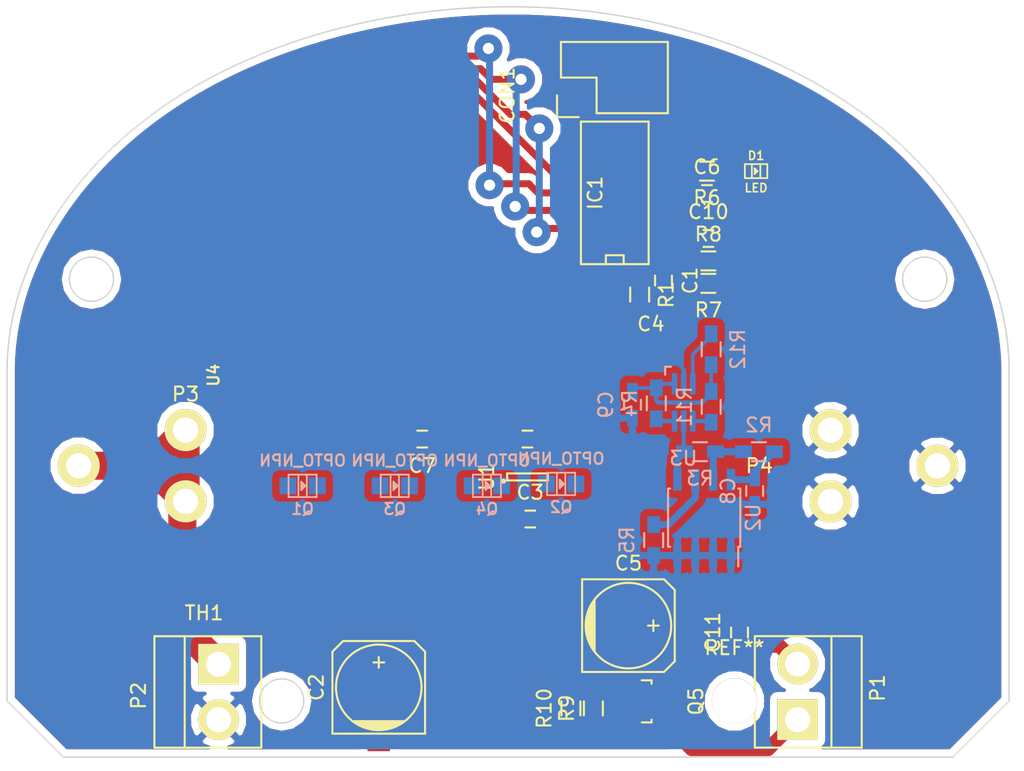
<source format=kicad_pcb>
(kicad_pcb (version 4) (host pcbnew 0.201603210401+6634~43~ubuntu14.04.1-product)
  (layers (0 F.Cu signal) (31 B.Cu signal) (34 B.Paste user) (35 F.Paste user) (36 B.SilkS user) (37 F.SilkS user) (38 B.Mask user) (39 F.Mask user) (44 Edge.Cuts user))
  (net 0 "")
  (net 1 VCC)
  (net 2 GND)
  (net 3 VAA)
  (net 4 "Net-(R4-Pad2)")
  (net 5 /RESET)
  (net 6 /BATTERY_VOLTAGE)
  (net 7 /LASER_ON/MISO)
  (net 8 /SCK/SCL)
  (net 9 /SDA)
  (net 10 "Net-(D1-Pad1)")
  (net 11 /LASER_DETECT)
  (net 12 /LED)
  (net 13 /INT)
  (net 14 /RADIO_SELECT)
  (net 15 /RADIO_MOSI)
  (net 16 /RADIO_MISO)
  (net 17 /RADIO_SCK)
  (net 18 "Net-(P1-Pad1)")
  (net 19 +BATT)
  (net 20 /MATRIX_OUT)
  (net 21 "Net-(Q5-Pad1)")
  (net 22 /THRESHOLD)
  (module Pin_Headers:Pin_Header_Straight_2x03 (layer F.Cu) (at 92.26 86.8 90)
    (fp_text reference CON1 (at 0 -5.1 90) (layer F.SilkS))
    (fp_text value AVR-ISP-6)
    (pad 1 smd rect (at 0 0 90) (size 1.7272 1.7272) (layers F.Cu F.Paste F.Mask) (net 7 /LASER_ON/MISO))
    (pad 2 smd oval (at 2.54 0 90) (size 1.7272 1.7272) (layers F.Cu F.Paste F.Mask))
    (pad 3 smd oval (at 0 2.54 90) (size 1.7272 1.7272) (layers F.Cu F.Paste F.Mask) (net 8 /SCK/SCL))
    (pad 4 smd oval (at 2.54 2.54 90) (size 1.7272 1.7272) (layers F.Cu F.Paste F.Mask) (net 9 /SDA))
    (pad 5 smd oval (at 0 5.08 90) (size 1.6 1.6) (layers F.Cu F.Paste F.Mask) (net 5 /RESET))
    (pad 6 smd oval (at 2.54 5.08 90) (size 1.6 1.6) (layers F.Cu F.Paste F.Mask) (net 2 GND))
  )
  (module Fuse_Holders_and_Fuses:Fuse_SMD1206_HandSoldering (layer F.Cu) (at 65.5 121.5 180)
    (fp_text reference TH1 (at -0.0508 -2.19964 180) (layer F.SilkS))
    (fp_text value MC33191)
    (pad 1 smd rect (at -1.5 0 270) (size 1.9 1) (layers F.Cu F.Paste F.Mask) (net 3 VAA))
    (pad 2 smd rect (at 1.5 0 270) (size 1.9 1) (layers F.Cu F.Paste F.Mask) (net 19 +BATT))
  )
  (module Housings_SOT-23_SOT-143_TSOT-6:SOT-23_Handsoldering (layer F.Cu) (at 96.8 130 270)
    (fp_text reference Q5 (at 0 -3.81 270) (layer F.SilkS))
    (fp_text value Q_NMOS_GDS)
    (pad 1 smd rect (at -0.95 1.50114 270) (size 0.8001 1.80086) (layers F.Cu F.Paste F.Mask) (net 21 "Net-(Q5-Pad1)"))
    (pad 3 smd rect (at 0.95 1.50114 270) (size 0.8001 1.80086) (layers F.Cu F.Paste F.Mask) (net 2 GND))
    (pad 2 smd rect (at 0 -1.50114 270) (size 0.8001 1.80086) (layers F.Cu F.Paste F.Mask) (net 18 "Net-(P1-Pad1)"))
  )
  (module Pin_Headers:Pin_Header_Straight_1x01 (layer F.Cu) (at 110.21 113.21 180)
    (fp_text reference P4 (at 5.08 0 180) (layer F.SilkS))
    (fp_text value CONN_01X01 hide)
    (pad 1 thru_hole circle (at 0 -2.54 180) (size 3 3) (drill 1.8) (layers *.Cu *.Mask F.SilkS) (net 2 GND))
    (pad 1 thru_hole circle (at -7.62 0 180) (size 3 3) (drill 1.8) (layers *.Cu *.Mask F.SilkS) (net 2 GND))
    (pad 1 thru_hole circle (at 0 2.54 180) (size 3 3) (drill 1.8) (layers *.Cu *.Mask F.SilkS) (net 2 GND))
  )
  (module Pin_Headers:Pin_Header_Straight_1x01 (layer F.Cu) (at 64.23 113.2)
    (fp_text reference P3 (at 0 -5.1) (layer F.SilkS))
    (fp_text value CONN_01X01 hide)
    (pad 1 thru_hole circle (at -7.62 0) (size 3 3) (drill 1.8) (layers *.Cu *.Mask F.SilkS) (net 19 +BATT))
    (pad 1 thru_hole circle (at 0 -2.54) (size 3 3) (drill 1.8) (layers *.Cu *.Mask F.SilkS) (net 19 +BATT))
    (pad 1 thru_hole circle (at 0 2.54) (size 3 3) (drill 1.8) (layers *.Cu *.Mask F.SilkS) (net 19 +BATT))
  )
  (module Capacitors_SMD:C_0603_HandSoldering (layer F.Cu) (at 98.3 100 270)
    (fp_text reference C1 (at 0 -1.9 270) (layer F.SilkS))
    (fp_text value 1u)
    (pad 1 smd rect (at -0.95 0 270) (size 1.2 0.75) (layers F.Cu F.Paste F.Mask) (net 1 VCC))
    (pad 2 smd rect (at 0.95 0 270) (size 1.2 0.75) (layers F.Cu F.Paste F.Mask) (net 2 GND))
  )
  (module Capacitors_SMD:C_0603_HandSoldering (layer F.Cu) (at 88.8 117)
    (fp_text reference C3 (at 0 -1.9) (layer F.SilkS))
    (fp_text value C)
    (pad 1 smd rect (at -0.95 0) (size 1.2 0.75) (layers F.Cu F.Paste F.Mask) (net 3 VAA))
    (pad 2 smd rect (at 0.95 0) (size 1.2 0.75) (layers F.Cu F.Paste F.Mask) (net 2 GND))
  )
  (module Capacitors_SMD:C_0603_HandSoldering (layer F.Cu) (at 88.6 111.3)
    (fp_text reference C4 (at 8.8 -8.2) (layer F.SilkS))
    (fp_text value C)
    (pad 1 smd rect (at -0.95 0) (size 1.2 0.75) (layers F.Cu F.Paste F.Mask) (net 1 VCC))
    (pad 2 smd rect (at 0.95 0) (size 1.2 0.75) (layers F.Cu F.Paste F.Mask) (net 2 GND))
  )
  (module Capacitors_SMD:C_0603_HandSoldering (layer F.Cu) (at 101.4 93.8)
    (fp_text reference C6 (at 0 -1.9) (layer F.SilkS))
    (fp_text value 1u)
    (pad 1 smd rect (at -0.95 0) (size 1.2 0.75) (layers F.Cu F.Paste F.Mask) (net 5 /RESET))
    (pad 2 smd rect (at 0.95 0) (size 1.2 0.75) (layers F.Cu F.Paste F.Mask) (net 2 GND))
  )
  (module Capacitors_SMD:C_0603_HandSoldering (layer F.Cu) (at 81.1 111.3 180)
    (fp_text reference C7 (at 0 -1.9 180) (layer F.SilkS))
    (fp_text value 1u)
    (pad 1 smd rect (at -0.95 0 180) (size 1.2 0.75) (layers F.Cu F.Paste F.Mask) (net 1 VCC))
    (pad 2 smd rect (at 0.95 0 180) (size 1.2 0.75) (layers F.Cu F.Paste F.Mask) (net 2 GND))
  )
  (module Capacitors_SMD:C_0603_HandSoldering (layer B.Cu) (at 104.8 115.001974 270)
    (fp_text reference C8 (at 0 1.9 270) (layer B.SilkS) (effects (justify mirror)))
    (fp_text value 1u)
    (pad 1 smd rect (at -0.95 0 270) (size 1.2 0.75) (layers B.Cu B.Paste B.Mask) (net 1 VCC))
    (pad 2 smd rect (at 0.95 0 270) (size 1.2 0.75) (layers B.Cu B.Paste B.Mask) (net 2 GND))
  )
  (module Capacitors_SMD:C_0603_HandSoldering (layer B.Cu) (at 96.087321 108.853241 270)
    (fp_text reference C9 (at 0 1.9 270) (layer B.SilkS) (effects (justify mirror)))
    (fp_text value 1u)
    (pad 1 smd rect (at -0.95 0 270) (size 1.2 0.75) (layers B.Cu B.Paste B.Mask) (net 1 VCC))
    (pad 2 smd rect (at 0.95 0 270) (size 1.2 0.75) (layers B.Cu B.Paste B.Mask) (net 2 GND))
  )
  (module SMD_Packages:SOIC-14_N (layer F.Cu) (at 94.7 93.75 90)
    (fp_text reference IC1 (at 0 -1.27 90) (layer F.SilkS))
    (fp_text value ATTINY441-SSU)
    (pad 1 smd rect (at -3.81 3.302 90) (size 0.508 1.143) (layers F.Cu F.Paste F.Mask) (net 1 VCC))
    (pad 2 smd rect (at -2.54 3.302 90) (size 0.508 1.143) (layers F.Cu F.Paste F.Mask) (net 6 /BATTERY_VOLTAGE))
    (pad 3 smd rect (at -1.27 3.302 90) (size 0.508 1.143) (layers F.Cu F.Paste F.Mask) (net 11 /LASER_DETECT))
    (pad 4 smd rect (at 0 3.302 90) (size 0.508 1.143) (layers F.Cu F.Paste F.Mask) (net 5 /RESET))
    (pad 5 smd rect (at 1.27 3.302 90) (size 0.508 1.143) (layers F.Cu F.Paste F.Mask) (net 12 /LED))
    (pad 6 smd rect (at 2.54 3.302 90) (size 0.508 1.143) (layers F.Cu F.Paste F.Mask) (net 13 /INT))
    (pad 7 smd rect (at 3.81 3.302 90) (size 0.508 1.143) (layers F.Cu F.Paste F.Mask) (net 9 /SDA))
    (pad 8 smd rect (at 3.81 -3.048 90) (size 0.508 1.143) (layers F.Cu F.Paste F.Mask) (net 7 /LASER_ON/MISO))
    (pad 9 smd rect (at 2.54 -3.048 90) (size 0.508 1.143) (layers F.Cu F.Paste F.Mask) (net 8 /SCK/SCL))
    (pad 11 smd rect (at 0 -3.048 90) (size 0.508 1.143) (layers F.Cu F.Paste F.Mask) (net 14 /RADIO_SELECT))
    (pad 12 smd rect (at -1.27 -3.048 90) (size 0.508 1.143) (layers F.Cu F.Paste F.Mask) (net 15 /RADIO_MOSI))
    (pad 13 smd rect (at -2.54 -3.048 90) (size 0.508 1.143) (layers F.Cu F.Paste F.Mask) (net 16 /RADIO_MISO))
    (pad 14 smd rect (at -3.81 -3.048 90) (size 0.508 1.143) (layers F.Cu F.Paste F.Mask) (net 2 GND))
    (pad 10 smd rect (at 1.27 -3.048 90) (size 0.508 1.143) (layers F.Cu F.Paste F.Mask) (net 17 /RADIO_SCK))
  )
  (module Resistors_SMD:R_0603_HandSoldering (layer F.Cu) (at 96.6 101 270)
    (fp_text reference R1 (at 0 -1.9 270) (layer F.SilkS))
    (fp_text value 10k)
    (pad 1 smd rect (at -1.1 0 270) (size 1.2 0.9) (layers F.Cu F.Paste F.Mask) (net 1 VCC))
    (pad 2 smd rect (at 1.1 0 270) (size 1.2 0.9) (layers F.Cu F.Paste F.Mask) (net 5 /RESET))
  )
  (module Resistors_SMD:R_0603_HandSoldering (layer B.Cu) (at 105.1 112.201974 180)
    (fp_text reference R2 (at 0 1.9 180) (layer B.SilkS) (effects (justify mirror)))
    (fp_text value 10k)
    (pad 1 smd rect (at -1.1 0 180) (size 1.2 0.9) (layers B.Cu B.Paste B.Mask) (net 1 VCC))
    (pad 2 smd rect (at 1.1 0 180) (size 1.2 0.9) (layers B.Cu B.Paste B.Mask) (net 11 /LASER_DETECT))
  )
  (module Resistors_SMD:R_0603_HandSoldering (layer B.Cu) (at 100.9 112.201974)
    (fp_text reference R3 (at 0 1.9) (layer B.SilkS) (effects (justify mirror)))
    (fp_text value 5M)
    (pad 1 smd rect (at -1.1 0) (size 1.2 0.9) (layers B.Cu B.Paste B.Mask) (net 22 /THRESHOLD))
    (pad 2 smd rect (at 1.1 0) (size 1.2 0.9) (layers B.Cu B.Paste B.Mask) (net 11 /LASER_DETECT))
  )
  (module Resistors_SMD:R_0603_HandSoldering (layer B.Cu) (at 97.787321 108.753241 270)
    (fp_text reference R4 (at 0 1.9 270) (layer B.SilkS) (effects (justify mirror)))
    (fp_text value 512k)
    (pad 1 smd rect (at -1.1 0 270) (size 1.2 0.9) (layers B.Cu B.Paste B.Mask) (net 1 VCC))
    (pad 2 smd rect (at 1.1 0 270) (size 1.2 0.9) (layers B.Cu B.Paste B.Mask) (net 4 "Net-(R4-Pad2)"))
  )
  (module Resistors_SMD:R_0603_HandSoldering (layer B.Cu) (at 97.6 118.501974 270)
    (fp_text reference R5 (at 0 1.9 270) (layer B.SilkS) (effects (justify mirror)))
    (fp_text value 10k)
    (pad 1 smd rect (at -1.1 0 270) (size 1.2 0.9) (layers B.Cu B.Paste B.Mask) (net 20 /MATRIX_OUT))
    (pad 2 smd rect (at 1.1 0 270) (size 1.2 0.9) (layers B.Cu B.Paste B.Mask) (net 2 GND))
  )
  (module Housings_SOT-23_SOT-143_TSOT-6:SC-70-6_Handsoldering (layer B.Cu) (at 99.737321 108.693241)
    (fp_text reference U3 (at -0.02032 3.98018) (layer B.SilkS) (effects (justify mirror)))
    (fp_text value MC4018)
    (pad 1 smd rect (at -0.65024 -1.33096) (size 0.39878 1.50114) (layers B.Cu B.Paste B.Mask) (net 1 VCC))
    (pad 2 smd rect (at 0 -1.33096) (size 0.39878 1.50114) (layers B.Cu B.Paste B.Mask) (net 2 GND))
    (pad 3 smd rect (at 0.65024 -1.33096) (size 0.39878 1.50114) (layers B.Cu B.Paste B.Mask) (net 8 /SCK/SCL))
    (pad 4 smd rect (at 0.65024 1.33096) (size 0.39878 1.50114) (layers B.Cu B.Paste B.Mask) (net 9 /SDA))
    (pad 5 smd rect (at 0 1.33096) (size 0.39878 1.50114) (layers B.Cu B.Paste B.Mask) (net 22 /THRESHOLD))
    (pad 6 smd rect (at -0.65024 1.33096) (size 0.39878 1.50114) (layers B.Cu B.Paste B.Mask) (net 4 "Net-(R4-Pad2)"))
  )
  (module Capacitors_SMD:c_elec_6.3x5.3 (layer F.Cu) (at 78 129 90)
    (fp_text reference C2 (at 0 -4.445 90) (layer F.SilkS))
    (fp_text value CP)
    (pad 1 smd rect (at 2.75082 0 90) (size 3.59918 1.6002) (layers F.Cu F.Paste F.Mask) (net 3 VAA))
    (pad 2 smd rect (at -2.75082 0 90) (size 3.59918 1.6002) (layers F.Cu F.Paste F.Mask) (net 2 GND))
  )
  (module Capacitors_SMD:c_elec_6.3x5.3 (layer F.Cu) (at 95.8 124.6)
    (fp_text reference C5 (at 0 -4.445) (layer F.SilkS))
    (fp_text value CP)
    (pad 1 smd rect (at 2.75082 0) (size 3.59918 1.6002) (layers F.Cu F.Paste F.Mask) (net 3 VAA))
    (pad 2 smd rect (at -2.75082 0) (size 3.59918 1.6002) (layers F.Cu F.Paste F.Mask) (net 2 GND))
  )
  (module Capacitors_SMD:C_0603_HandSoldering (layer F.Cu) (at 101.5 97)
    (fp_text reference C10 (at 0 -1.9) (layer F.SilkS))
    (fp_text value 1u)
    (pad 1 smd rect (at -0.95 0) (size 1.2 0.75) (layers F.Cu F.Paste F.Mask) (net 6 /BATTERY_VOLTAGE))
    (pad 2 smd rect (at 0.95 0) (size 1.2 0.75) (layers F.Cu F.Paste F.Mask) (net 2 GND))
  )
  (module Capacitors_SMD:C_0603_HandSoldering (layer F.Cu) (at 103.72 125.09 90)
    (fp_text reference C11 (at 0 -1.9 90) (layer F.SilkS))
    (fp_text value 1u)
    (pad 1 smd rect (at -0.95 0 90) (size 1.2 0.75) (layers F.Cu F.Paste F.Mask) (net 3 VAA))
    (pad 2 smd rect (at 0.95 0 90) (size 1.2 0.75) (layers F.Cu F.Paste F.Mask) (net 2 GND))
  )
  (module w_smd_leds:Led_0603 (layer F.Cu) (at 104.9 92.2)
    (fp_text reference D1 (at 0 -1.09982) (layer F.SilkS) (effects (font (size 0.59944 0.59944) (thickness 0.11938))))
    (fp_text value LED (at 0 1.19888) (layer F.SilkS) (effects (font (size 0.59944 0.59944) (thickness 0.11938))))
    (pad 1 smd rect (at -0.7493 0) (size 0.79756 0.79756) (layers F.Cu F.Paste F.Mask) (net 10 "Net-(D1-Pad1)"))
    (pad 2 smd rect (at 0.7493 0) (size 0.79756 0.79756) (layers F.Cu F.Paste F.Mask) (net 2 GND))
  )
  (module Pin_Headers:Pin_Header_Straight_1x02_Pitch3.96mm_Friction_Lock (layer F.Cu) (at 107.86 131.3 90)
    (fp_text reference P1 (at 2.25 5.7 90) (layer F.SilkS))
    (fp_text value LASER)
    (pad 1 thru_hole rect (at 0 0 90) (size 2.9 2.9) (drill 1.78) (layers *.Cu *.Mask F.SilkS) (net 18 "Net-(P1-Pad1)"))
    (pad 2 thru_hole circle (at 3.96 0 90) (size 2.9 2.9) (drill 1.78) (layers *.Cu *.Mask F.SilkS) (net 3 VAA))
  )
  (module Pin_Headers:Pin_Header_Straight_1x02_Pitch3.96mm_Friction_Lock (layer F.Cu) (at 66.58 127.35 270)
    (fp_text reference P2 (at 2.25 5.7 270) (layer F.SilkS))
    (fp_text value BATTERY)
    (pad 1 thru_hole rect (at 0 0 270) (size 2.9 2.9) (drill 1.78) (layers *.Cu *.Mask F.SilkS) (net 19 +BATT))
    (pad 2 thru_hole circle (at 3.96 0 270) (size 2.9 2.9) (drill 1.78) (layers *.Cu *.Mask F.SilkS) (net 2 GND))
  )
  (module w_smd_leds:Led_0805 (layer B.Cu) (at 72.572206 114.635022)
    (fp_text reference Q1 (at 0 1.651) (layer B.SilkS) (effects (font (size 0.8001 0.8001) (thickness 0.14986)) (justify mirror)))
    (fp_text value OPTO_NPN (at 0 -1.80086) (layer B.SilkS) (effects (font (size 0.8001 0.8001) (thickness 0.14986)) (justify mirror)))
    (pad 1 smd rect (at -1.04902 0) (size 1.19888 1.19888) (layers B.Cu B.Paste B.Mask) (net 20 /MATRIX_OUT))
    (pad 2 smd rect (at 1.04902 0) (size 1.19888 1.19888) (layers B.Cu B.Paste B.Mask))
  )
  (module w_smd_leds:Led_0805 (layer B.Cu) (at 91 114.5)
    (fp_text reference Q2 (at 0 1.651) (layer B.SilkS) (effects (font (size 0.8001 0.8001) (thickness 0.14986)) (justify mirror)))
    (fp_text value OPTO_NPN (at 0 -1.80086) (layer B.SilkS) (effects (font (size 0.8001 0.8001) (thickness 0.14986)) (justify mirror)))
    (pad 1 smd rect (at -1.04902 0) (size 1.19888 1.19888) (layers B.Cu B.Paste B.Mask) (net 20 /MATRIX_OUT))
    (pad 2 smd rect (at 1.04902 0) (size 1.19888 1.19888) (layers B.Cu B.Paste B.Mask))
  )
  (module w_smd_leds:Led_0805 (layer B.Cu) (at 79.142206 114.635022)
    (fp_text reference Q3 (at 0 1.651) (layer B.SilkS) (effects (font (size 0.8001 0.8001) (thickness 0.14986)) (justify mirror)))
    (fp_text value OPTO_NPN (at 0 -1.80086) (layer B.SilkS) (effects (font (size 0.8001 0.8001) (thickness 0.14986)) (justify mirror)))
    (pad 1 smd rect (at -1.04902 0) (size 1.19888 1.19888) (layers B.Cu B.Paste B.Mask) (net 20 /MATRIX_OUT))
    (pad 2 smd rect (at 1.04902 0) (size 1.19888 1.19888) (layers B.Cu B.Paste B.Mask))
  )
  (module w_smd_leds:Led_0805 (layer B.Cu) (at 85.712206 114.635022)
    (fp_text reference Q4 (at 0 1.651) (layer B.SilkS) (effects (font (size 0.8001 0.8001) (thickness 0.14986)) (justify mirror)))
    (fp_text value OPTO_NPN (at 0 -1.80086) (layer B.SilkS) (effects (font (size 0.8001 0.8001) (thickness 0.14986)) (justify mirror)))
    (pad 1 smd rect (at -1.04902 0) (size 1.19888 1.19888) (layers B.Cu B.Paste B.Mask) (net 20 /MATRIX_OUT))
    (pad 2 smd rect (at 1.04902 0) (size 1.19888 1.19888) (layers B.Cu B.Paste B.Mask))
  )
  (module Resistors_SMD:R_0603_HandSoldering (layer F.Cu) (at 101.4 92.2 180)
    (fp_text reference R6 (at 0 -1.9 180) (layer F.SilkS))
    (fp_text value 220)
    (pad 1 smd rect (at -1.1 0 180) (size 1.2 0.9) (layers F.Cu F.Paste F.Mask) (net 10 "Net-(D1-Pad1)"))
    (pad 2 smd rect (at 1.1 0 180) (size 1.2 0.9) (layers F.Cu F.Paste F.Mask) (net 12 /LED))
  )
  (module Resistors_SMD:R_0603_HandSoldering (layer F.Cu) (at 101.5 100.2 180)
    (fp_text reference R7 (at 0 -1.9 180) (layer F.SilkS))
    (fp_text value 10k)
    (pad 1 smd rect (at -1.1 0 180) (size 1.2 0.9) (layers F.Cu F.Paste F.Mask) (net 19 +BATT))
    (pad 2 smd rect (at 1.1 0 180) (size 1.2 0.9) (layers F.Cu F.Paste F.Mask) (net 6 /BATTERY_VOLTAGE))
  )
  (module Resistors_SMD:R_0603_HandSoldering (layer F.Cu) (at 101.5 98.6)
    (fp_text reference R8 (at 0 -1.9) (layer F.SilkS))
    (fp_text value 10k)
    (pad 1 smd rect (at -1.1 0) (size 1.2 0.9) (layers F.Cu F.Paste F.Mask) (net 6 /BATTERY_VOLTAGE))
    (pad 2 smd rect (at 1.1 0) (size 1.2 0.9) (layers F.Cu F.Paste F.Mask) (net 2 GND))
  )
  (module Resistors_SMD:R_0603_HandSoldering (layer F.Cu) (at 93.3 130.5 90)
    (fp_text reference R9 (at 0 -1.9 90) (layer F.SilkS))
    (fp_text value 220)
    (pad 1 smd rect (at -1.1 0 90) (size 1.2 0.9) (layers F.Cu F.Paste F.Mask) (net 7 /LASER_ON/MISO))
    (pad 2 smd rect (at 1.1 0 90) (size 1.2 0.9) (layers F.Cu F.Paste F.Mask) (net 21 "Net-(Q5-Pad1)"))
  )
  (module Resistors_SMD:R_0603_HandSoldering (layer F.Cu) (at 91.7 130.5 90)
    (fp_text reference R10 (at 0 -1.9 90) (layer F.SilkS))
    (fp_text value 512k)
    (pad 1 smd rect (at -1.1 0 90) (size 1.2 0.9) (layers F.Cu F.Paste F.Mask) (net 7 /LASER_ON/MISO))
    (pad 2 smd rect (at 1.1 0 90) (size 1.2 0.9) (layers F.Cu F.Paste F.Mask) (net 2 GND))
  )
  (module Housings_SOT-23_SOT-143_TSOT-6:SOT-23-5 (layer F.Cu) (at 88.6 114 90)
    (fp_text reference U1 (at 0 -2.9 90) (layer F.SilkS))
    (fp_text value MIC5504)
    (pad 1 smd rect (at -1.1 -0.95 90) (size 1.06 0.65) (layers F.Cu F.Paste F.Mask) (net 3 VAA))
    (pad 2 smd rect (at -1.1 0 90) (size 1.06 0.65) (layers F.Cu F.Paste F.Mask) (net 2 GND))
    (pad 3 smd rect (at -1.1 0.95 90) (size 1.06 0.65) (layers F.Cu F.Paste F.Mask) (net 3 VAA))
    (pad 4 smd rect (at 1.1 0.95 90) (size 1.06 0.65) (layers F.Cu F.Paste F.Mask))
    (pad 5 smd rect (at 1.1 -0.95 90) (size 1.06 0.65) (layers F.Cu F.Paste F.Mask) (net 1 VCC))
  )
  (module Housings_SOIC:SOIC-8_3.9x4.9mm_Pitch1.27mm (layer B.Cu) (at 101.2 116.901974 90)
    (fp_text reference U2 (at 0 3.5 90) (layer B.SilkS) (effects (justify mirror)))
    (fp_text value LM393)
    (pad 1 smd rect (at -2.7 1.905 90) (size 1.55 0.6) (layers B.Cu B.Paste B.Mask) (net 2 GND))
    (pad 2 smd rect (at -2.7 0.635 90) (size 1.55 0.6) (layers B.Cu B.Paste B.Mask) (net 2 GND))
    (pad 3 smd rect (at -2.7 -0.635 90) (size 1.55 0.6) (layers B.Cu B.Paste B.Mask) (net 2 GND))
    (pad 4 smd rect (at -2.7 -1.905 90) (size 1.55 0.6) (layers B.Cu B.Paste B.Mask) (net 2 GND))
    (pad 5 smd rect (at 2.7 -1.905 90) (size 1.55 0.6) (layers B.Cu B.Paste B.Mask) (net 22 /THRESHOLD))
    (pad 6 smd rect (at 2.7 -0.635 90) (size 1.55 0.6) (layers B.Cu B.Paste B.Mask) (net 20 /MATRIX_OUT))
    (pad 7 smd rect (at 2.7 0.635 90) (size 1.55 0.6) (layers B.Cu B.Paste B.Mask) (net 11 /LASER_DETECT))
    (pad 8 smd rect (at 2.7 1.905 90) (size 1.55 0.6) (layers B.Cu B.Paste B.Mask) (net 1 VCC))
  )
  (module mysensors_radios:RFM69HW_SMD_Handsoldering (layer F.Cu) (at 68 107 90)
    (fp_text reference U4 (at 0.254 -1.778 90) (layer F.SilkS) (effects (font (size 0.8 0.8) (thickness 0.16))))
    (fp_text value RFM69HW hide)
    (pad 1 smd rect (at -1.4 0 90) (size 3 1.2) (layers F.Cu F.Paste F.Mask))
    (pad 2 smd rect (at -1.4 2 90) (size 3 1.2) (layers F.Cu F.Paste F.Mask) (net 13 /INT))
    (pad 3 smd rect (at -1.4 4 90) (size 3 1.2) (layers F.Cu F.Paste F.Mask))
    (pad 4 smd rect (at -1.4 6 90) (size 3 1.2) (layers F.Cu F.Paste F.Mask))
    (pad 5 smd rect (at -1.4 8 90) (size 3 1.2) (layers F.Cu F.Paste F.Mask))
    (pad 6 smd rect (at -1.4 10 90) (size 3 1.2) (layers F.Cu F.Paste F.Mask))
    (pad 7 smd rect (at -1.4 12 90) (size 3 1.2) (layers F.Cu F.Paste F.Mask))
    (pad 8 smd rect (at -1.4 14 90) (size 3 1.2) (layers F.Cu F.Paste F.Mask) (net 1 VCC))
    (pad 9 smd rect (at 18.3 14 90) (size 3 1.2) (layers F.Cu F.Paste F.Mask) (net 2 GND))
    (pad 10 smd rect (at 18.3 12 90) (size 3 1.2) (layers F.Cu F.Paste F.Mask))
    (pad 11 smd rect (at 18.3 10 90) (size 3 1.2) (layers F.Cu F.Paste F.Mask) (net 2 GND))
    (pad 12 smd rect (at 18.3 8 90) (size 3 1.2) (layers F.Cu F.Paste F.Mask) (net 17 /RADIO_SCK))
    (pad 13 smd rect (at 18.3 6 90) (size 3 1.2) (layers F.Cu F.Paste F.Mask) (net 16 /RADIO_MISO))
    (pad 14 smd rect (at 18.3 4 90) (size 3 1.2) (layers F.Cu F.Paste F.Mask) (net 15 /RADIO_MOSI))
    (pad 15 smd rect (at 18.3 2 90) (size 3 1.2) (layers F.Cu F.Paste F.Mask) (net 14 /RADIO_SELECT))
    (pad 16 smd rect (at 18.3 0 90) (size 3 1.2) (layers F.Cu F.Paste F.Mask))
  )
  (module Resistors_SMD:R_0603_HandSoldering (layer B.Cu) (at 101.7 109.001974 270)
    (fp_text reference R11 (at 0 1.9 270) (layer B.SilkS) (effects (justify mirror)))
    (fp_text value 4.7k)
    (pad 1 smd rect (at -1.1 0 270) (size 1.2 0.9) (layers B.Cu B.Paste B.Mask) (net 1 VCC))
    (pad 2 smd rect (at 1.1 0 270) (size 1.2 0.9) (layers B.Cu B.Paste B.Mask) (net 9 /SDA))
  )
  (module Resistors_SMD:R_0603_HandSoldering (layer B.Cu) (at 101.7 104.901974 90)
    (fp_text reference R12 (at 0 1.9 90) (layer B.SilkS) (effects (justify mirror)))
    (fp_text value 4.7k)
    (pad 1 smd rect (at -1.1 0 90) (size 1.2 0.9) (layers B.Cu B.Paste B.Mask) (net 1 VCC))
    (pad 2 smd rect (at 1.1 0 90) (size 1.2 0.9) (layers B.Cu B.Paste B.Mask) (net 8 /SCK/SCL))
  )
  (module Mounting_Holes:MountingHole_3.2mm_M3_DIN965 (layer F.Cu) (at 103.36 129.98)
    (fp_text reference REF** (at 0 -3.8) (layer F.SilkS))
    (fp_text value MountingHole_3.2mm_M3_DIN965)
    (pad 1 np_thru_hole circle (at 0 0) (size 3.2 3.2) (drill 3.2) (layers *.Cu *.Mask F.SilkS))
  )
  (gr_line (start 121.7898 99.9992) (end 121.7205 99.8081) (layer Edge.Cuts) (width 0.1))
  (gr_line (start 121.8572 100.1906) (end 121.7898 99.9992) (layer Edge.Cuts) (width 0.1))
  (gr_line (start 121.9226 100.3823) (end 121.8572 100.1906) (layer Edge.Cuts) (width 0.1))
  (gr_line (start 121.9861 100.5745) (end 121.9226 100.3823) (layer Edge.Cuts) (width 0.1))
  (gr_line (start 109.757 86.2897) (end 109.5468 86.1667) (layer Edge.Cuts) (width 0.1))
  (gr_line (start 109.9659 86.4138) (end 109.757 86.2897) (layer Edge.Cuts) (width 0.1))
  (gr_line (start 110.1735 86.5391) (end 109.9659 86.4138) (layer Edge.Cuts) (width 0.1))
  (gr_line (start 110.3798 86.6656) (end 110.1735 86.5391) (layer Edge.Cuts) (width 0.1))
  (gr_line (start 51.6112 104.4769) (end 51.5906 104.6741) (layer Edge.Cuts) (width 0.1))
  (gr_line (start 51.6338 104.2798) (end 51.6112 104.4769) (layer Edge.Cuts) (width 0.1))
  (gr_line (start 51.6585 104.0828) (end 51.6338 104.2798) (layer Edge.Cuts) (width 0.1))
  (gr_line (start 51.6854 103.8861) (end 51.6585 104.0828) (layer Edge.Cuts) (width 0.1))
  (gr_line (start 51.7144 103.6895) (end 51.6854 103.8861) (layer Edge.Cuts) (width 0.1))
  (gr_line (start 80.4062 80.9803) (end 80.14218 81.0188) (layer Edge.Cuts) (width 0.1))
  (gr_line (start 80.6705 80.9432) (end 80.4062 80.9803) (layer Edge.Cuts) (width 0.1))
  (gr_line (start 80.9353 80.9074) (end 80.6705 80.9432) (layer Edge.Cuts) (width 0.1))
  (gr_line (start 81.2003 80.8732) (end 80.9353 80.9074) (layer Edge.Cuts) (width 0.1))
  (gr_line (start 51.7454 103.4931) (end 51.7144 103.6895) (layer Edge.Cuts) (width 0.1))
  (gr_line (start 51.7786 103.2969) (end 51.7454 103.4931) (layer Edge.Cuts) (width 0.1))
  (gr_line (start 51.8138 103.1009) (end 51.7786 103.2969) (layer Edge.Cuts) (width 0.1))
  (gr_line (start 51.8511 102.9051) (end 51.8138 103.1009) (layer Edge.Cuts) (width 0.1))
  (gr_line (start 51.8905 102.7095) (end 51.8511 102.9051) (layer Edge.Cuts) (width 0.1))
  (gr_line (start 86.8208 80.4849) (end 86.5519 80.4888) (layer Edge.Cuts) (width 0.1))
  (gr_line (start 87.0898 80.4825) (end 86.8208 80.4849) (layer Edge.Cuts) (width 0.1))
  (gr_line (start 87.3589 80.4815) (end 87.0898 80.4825) (layer Edge.Cuts) (width 0.1))
  (gr_line (start 87.6279 80.482) (end 87.3589 80.4815) (layer Edge.Cuts) (width 0.1))
  (gr_line (start 115.0686 90.1874) (end 114.8995 90.0341) (layer Edge.Cuts) (width 0.1))
  (gr_line (start 115.2361 90.3417) (end 115.0686 90.1874) (layer Edge.Cuts) (width 0.1))
  (gr_line (start 115.4019 90.497) (end 115.2361 90.3417) (layer Edge.Cuts) (width 0.1))
  (gr_line (start 115.5662 90.6532) (end 115.4019 90.497) (layer Edge.Cuts) (width 0.1))
  (gr_line (start 84.671 80.5574) (end 84.4028 80.5731) (layer Edge.Cuts) (width 0.1))
  (gr_line (start 84.9394 80.5432) (end 84.671 80.5574) (layer Edge.Cuts) (width 0.1))
  (gr_line (start 85.2079 80.5305) (end 84.9394 80.5432) (layer Edge.Cuts) (width 0.1))
  (gr_line (start 85.4765 80.5193) (end 85.2079 80.5305) (layer Edge.Cuts) (width 0.1))
  (gr_line (start 91.1184 80.6249) (end 90.8507 80.6049) (layer Edge.Cuts) (width 0.1))
  (gr_line (start 91.3859 80.6465) (end 91.1184 80.6249) (layer Edge.Cuts) (width 0.1))
  (gr_line (start 91.6531 80.6695) (end 91.3859 80.6465) (layer Edge.Cuts) (width 0.1))
  (gr_line (start 91.9202 80.6942) (end 91.6531 80.6695) (layer Edge.Cuts) (width 0.1))
  (gr_line (start 79.35259 81.1428) (end 79.09023 81.187) (layer Edge.Cuts) (width 0.1))
  (gr_line (start 79.61538 81.1001) (end 79.35259 81.1428) (layer Edge.Cuts) (width 0.1))
  (gr_line (start 79.87858 81.0587) (end 79.61538 81.1001) (layer Edge.Cuts) (width 0.1))
  (gr_line (start 80.14218 81.0188) (end 79.87858 81.0587) (layer Edge.Cuts) (width 0.1))
  (gr_line (start 120.4487 96.9954) (end 120.3488 96.8119) (layer Edge.Cuts) (width 0.1))
  (gr_line (start 120.5467 97.1795) (end 120.4487 96.9954) (layer Edge.Cuts) (width 0.1))
  (gr_line (start 120.6429 97.3641) (end 120.5467 97.1795) (layer Edge.Cuts) (width 0.1))
  (gr_line (start 120.7373 97.5493) (end 120.6429 97.3641) (layer Edge.Cuts) (width 0.1))
  (gr_circle (center 71.076874 129.9676) (end 72.651874 129.9676) (layer Edge.Cuts) (width 0.1))
  (gr_line (start 118.6309 94.1309) (end 118.5021 93.9575) (layer Edge.Cuts) (width 0.1))
  (gr_line (start 118.758 94.3051) (end 118.6309 94.1309) (layer Edge.Cuts) (width 0.1))
  (gr_line (start 118.8833 94.4799) (end 118.758 94.3051) (layer Edge.Cuts) (width 0.1))
  (gr_line (start 119.0068 94.6555) (end 118.8833 94.4799) (layer Edge.Cuts) (width 0.1))
  (gr_line (start 117.5516 92.7641) (end 117.4089 92.5967) (layer Edge.Cuts) (width 0.1))
  (gr_line (start 117.6925 92.9323) (end 117.5516 92.7641) (layer Edge.Cuts) (width 0.1))
  (gr_line (start 117.8318 93.1013) (end 117.6925 92.9323) (layer Edge.Cuts) (width 0.1))
  (gr_line (start 117.9693 93.271) (end 117.8318 93.1013) (layer Edge.Cuts) (width 0.1))
  (gr_line (start 70.291152 83.5911) (end 70.0539 83.6837) (layer Edge.Cuts) (width 0.1))
  (gr_line (start 70.529352 83.4998) (end 70.291152 83.5911) (layer Edge.Cuts) (width 0.1))
  (gr_line (start 70.768487 83.4098) (end 70.529352 83.4998) (layer Edge.Cuts) (width 0.1))
  (gr_line (start 71.008544 83.321) (end 70.768487 83.4098) (layer Edge.Cuts) (width 0.1))
  (gr_line (start 120.8297 97.7349) (end 120.7373 97.5493) (layer Edge.Cuts) (width 0.1))
  (gr_line (start 120.9202 97.9211) (end 120.8297 97.7349) (layer Edge.Cuts) (width 0.1))
  (gr_line (start 121.0089 98.1077) (end 120.9202 97.9211) (layer Edge.Cuts) (width 0.1))
  (gr_line (start 121.0956 98.2949) (end 121.0089 98.1077) (layer Edge.Cuts) (width 0.1))
  (gr_line (start 122.467 102.3181) (end 122.4216 102.1232) (layer Edge.Cuts) (width 0.1))
  (gr_line (start 122.5103 102.5132) (end 122.467 102.3181) (layer Edge.Cuts) (width 0.1))
  (gr_line (start 122.5515 102.7086) (end 122.5103 102.5132) (layer Edge.Cuts) (width 0.1))
  (gr_line (start 122.5907 102.9043) (end 122.5515 102.7086) (layer Edge.Cuts) (width 0.1))
  (gr_line (start 119.1286 94.8317) (end 119.0068 94.6555) (layer Edge.Cuts) (width 0.1))
  (gr_line (start 119.2486 95.0086) (end 119.1286 94.8317) (layer Edge.Cuts) (width 0.1))
  (gr_line (start 119.3668 95.1861) (end 119.2486 95.0086) (layer Edge.Cuts) (width 0.1))
  (gr_line (start 119.4831 95.3643) (end 119.3668 95.1861) (layer Edge.Cuts) (width 0.1))
  (gr_line (start 108.0408 85.3391) (end 107.8208 85.2256) (layer Edge.Cuts) (width 0.1))
  (gr_line (start 108.2596 85.4537) (end 108.0408 85.3391) (layer Edge.Cuts) (width 0.1))
  (gr_line (start 108.4771 85.5696) (end 108.2596 85.4537) (layer Edge.Cuts) (width 0.1))
  (gr_line (start 108.6935 85.6866) (end 108.4771 85.5696) (layer Edge.Cuts) (width 0.1))
  (gr_line (start 72.22213 82.8971) (end 71.97769 82.9793) (layer Edge.Cuts) (width 0.1))
  (gr_line (start 72.46741 82.8163) (end 72.22213 82.8971) (layer Edge.Cuts) (width 0.1))
  (gr_line (start 72.7135 82.7368) (end 72.46741 82.8163) (layer Edge.Cuts) (width 0.1))
  (gr_line (start 72.96041 82.6586) (end 72.7135 82.7368) (layer Edge.Cuts) (width 0.1))
  (gr_line (start 85.7452 80.5094) (end 85.4765 80.5193) (layer Edge.Cuts) (width 0.1))
  (gr_line (start 86.0141 80.5011) (end 85.7452 80.5094) (layer Edge.Cuts) (width 0.1))
  (gr_line (start 86.2829 80.4942) (end 86.0141 80.5011) (layer Edge.Cuts) (width 0.1))
  (gr_line (start 86.5519 80.4888) (end 86.2829 80.4942) (layer Edge.Cuts) (width 0.1))
  (gr_line (start 52.4582 100.5766) (end 52.3966 100.7689) (layer Edge.Cuts) (width 0.1))
  (gr_line (start 52.5219 100.3846) (end 52.4582 100.5766) (layer Edge.Cuts) (width 0.1))
  (gr_line (start 52.5876 100.1929) (end 52.5219 100.3846) (layer Edge.Cuts) (width 0.1))
  (gr_line (start 52.6552 100.0017) (end 52.5876 100.1929) (layer Edge.Cuts) (width 0.1))
  (gr_line (start 52.7248 99.8108) (end 52.6552 100.0017) (layer Edge.Cuts) (width 0.1))
  (gr_line (start 51.53 105.4644) (end 51.5202 105.6623) (layer Edge.Cuts) (width 0.1))
  (gr_line (start 51.5419 105.2667) (end 51.53 105.4644) (layer Edge.Cuts) (width 0.1))
  (gr_line (start 51.556 105.0691) (end 51.5419 105.2667) (layer Edge.Cuts) (width 0.1))
  (gr_line (start 51.5723 104.8715) (end 51.556 105.0691) (layer Edge.Cuts) (width 0.1))
  (gr_line (start 51.5906 104.6741) (end 51.5723 104.8715) (layer Edge.Cuts) (width 0.1))
  (gr_line (start 118.1051 93.4415) (end 117.9693 93.271) (layer Edge.Cuts) (width 0.1))
  (gr_line (start 118.2392 93.6128) (end 118.1051 93.4415) (layer Edge.Cuts) (width 0.1))
  (gr_line (start 118.3715 93.7848) (end 118.2392 93.6128) (layer Edge.Cuts) (width 0.1))
  (gr_line (start 118.5021 93.9575) (end 118.3715 93.7848) (layer Edge.Cuts) (width 0.1))
  (gr_line (start 66.61887 85.2268) (end 66.39876 85.3398) (layer Edge.Cuts) (width 0.1))
  (gr_line (start 66.84015 85.1151) (end 66.61887 85.2268) (layer Edge.Cuts) (width 0.1))
  (gr_line (start 67.06259 85.0046) (end 66.84015 85.1151) (layer Edge.Cuts) (width 0.1))
  (gr_line (start 67.28619 84.8953) (end 67.06259 85.0046) (layer Edge.Cuts) (width 0.1))
  (gr_line (start 71.24951 83.2336) (end 71.008544 83.321) (layer Edge.Cuts) (width 0.1))
  (gr_line (start 71.49136 83.1475) (end 71.24951 83.2336) (layer Edge.Cuts) (width 0.1))
  (gr_line (start 71.73409 83.0627) (end 71.49136 83.1475) (layer Edge.Cuts) (width 0.1))
  (gr_line (start 71.97769 82.9793) (end 71.73409 83.0627) (layer Edge.Cuts) (width 0.1))
  (gr_line (start 119.5977 95.5431) (end 119.4831 95.3643) (layer Edge.Cuts) (width 0.1))
  (gr_line (start 119.7105 95.7226) (end 119.5977 95.5431) (layer Edge.Cuts) (width 0.1))
  (gr_line (start 119.8215 95.9027) (end 119.7105 95.7226) (layer Edge.Cuts) (width 0.1))
  (gr_line (start 119.9306 96.0833) (end 119.8215 95.9027) (layer Edge.Cuts) (width 0.1))
  (gr_line (start 122.7557 103.8857) (end 122.7269 103.689) (layer Edge.Cuts) (width 0.1))
  (gr_line (start 122.7824 104.0825) (end 122.7557 103.8857) (layer Edge.Cuts) (width 0.1))
  (gr_line (start 122.807 104.2795) (end 122.7824 104.0825) (layer Edge.Cuts) (width 0.1))
  (gr_line (start 122.8296 104.4767) (end 122.807 104.2795) (layer Edge.Cuts) (width 0.1))
  (gr_line (start 67.51092 84.7874) (end 67.28619 84.8953) (layer Edge.Cuts) (width 0.1))
  (gr_line (start 67.73678 84.6807) (end 67.51092 84.7874) (layer Edge.Cuts) (width 0.1))
  (gr_line (start 67.96374 84.5752) (end 67.73678 84.6807) (layer Edge.Cuts) (width 0.1))
  (gr_line (start 68.1918 84.471) (end 67.96374 84.5752) (layer Edge.Cuts) (width 0.1))
  (gr_line (start 77.26702 81.5349) (end 77.00863 81.5901) (layer Edge.Cuts) (width 0.1))
  (gr_line (start 77.52595 81.481) (end 77.26702 81.5349) (layer Edge.Cuts) (width 0.1))
  (gr_line (start 77.78542 81.4285) (end 77.52595 81.481) (layer Edge.Cuts) (width 0.1))
  (gr_line (start 78.04541 81.3774) (end 77.78542 81.4285) (layer Edge.Cuts) (width 0.1))
  (gr_line (start 101.4875 82.6363) (end 101.2401 82.5586) (layer Edge.Cuts) (width 0.1))
  (gr_line (start 101.734 82.7153) (end 101.4875 82.6363) (layer Edge.Cuts) (width 0.1))
  (gr_line (start 101.9798 82.7957) (end 101.734 82.7153) (layer Edge.Cuts) (width 0.1))
  (gr_line (start 102.2247 82.8774) (end 101.9798 82.7957) (layer Edge.Cuts) (width 0.1))
  (gr_line (start 106.2494 84.4657) (end 106.0205 84.3621) (layer Edge.Cuts) (width 0.1))
  (gr_line (start 106.4772 84.5706) (end 106.2494 84.4657) (layer Edge.Cuts) (width 0.1))
  (gr_line (start 106.7039 84.6767) (end 106.4772 84.5706) (layer Edge.Cuts) (width 0.1))
  (gr_line (start 106.9295 84.784) (end 106.7039 84.6767) (layer Edge.Cuts) (width 0.1))
  (gr_line (start 111.3911 87.3151) (end 111.1916 87.183) (layer Edge.Cuts) (width 0.1))
  (gr_line (start 111.5893 87.4485) (end 111.3911 87.3151) (layer Edge.Cuts) (width 0.1))
  (gr_line (start 111.786 87.5829) (end 111.5893 87.4485) (layer Edge.Cuts) (width 0.1))
  (gr_line (start 111.9813 87.7185) (end 111.786 87.5829) (layer Edge.Cuts) (width 0.1))
  (gr_line (start 105.3277 84.0588) (end 105.0947 83.9602) (layer Edge.Cuts) (width 0.1))
  (gr_line (start 105.5596 84.1586) (end 105.3277 84.0588) (layer Edge.Cuts) (width 0.1))
  (gr_line (start 105.7906 84.2597) (end 105.5596 84.1586) (layer Edge.Cuts) (width 0.1))
  (gr_line (start 106.0205 84.3621) (end 105.7906 84.2597) (layer Edge.Cuts) (width 0.1))
  (gr_line (start 108.9087 85.8049) (end 108.6935 85.6866) (layer Edge.Cuts) (width 0.1))
  (gr_line (start 109.1227 85.9243) (end 108.9087 85.8049) (layer Edge.Cuts) (width 0.1))
  (gr_line (start 109.3354 86.0449) (end 109.1227 85.9243) (layer Edge.Cuts) (width 0.1))
  (gr_line (start 109.5468 86.1667) (end 109.3354 86.0449) (layer Edge.Cuts) (width 0.1))
  (gr_line (start 104.3897 83.672) (end 104.1528 83.5785) (layer Edge.Cuts) (width 0.1))
  (gr_line (start 104.6257 83.7668) (end 104.3897 83.672) (layer Edge.Cuts) (width 0.1))
  (gr_line (start 104.8607 83.8628) (end 104.6257 83.7668) (layer Edge.Cuts) (width 0.1))
  (gr_line (start 105.0947 83.9602) (end 104.8607 83.8628) (layer Edge.Cuts) (width 0.1))
  (gr_line (start 93.2513 80.8402) (end 92.9857 80.8079) (layer Edge.Cuts) (width 0.1))
  (gr_line (start 93.5166 80.874) (end 93.2513 80.8402) (layer Edge.Cuts) (width 0.1))
  (gr_line (start 93.7816 80.9093) (end 93.5166 80.874) (layer Edge.Cuts) (width 0.1))
  (gr_line (start 94.0461 80.9461) (end 93.7816 80.9093) (layer Edge.Cuts) (width 0.1))
  (gr_line (start 107.154 84.8926) (end 106.9295 84.784) (layer Edge.Cuts) (width 0.1))
  (gr_line (start 107.3774 85.0024) (end 107.154 84.8926) (layer Edge.Cuts) (width 0.1))
  (gr_line (start 107.5997 85.1134) (end 107.3774 85.0024) (layer Edge.Cuts) (width 0.1))
  (gr_line (start 107.8208 85.2256) (end 107.5997 85.1134) (layer Edge.Cuts) (width 0.1))
  (gr_line (start 94.3103 80.9844) (end 94.0461 80.9461) (layer Edge.Cuts) (width 0.1))
  (gr_line (start 94.574 81.0241) (end 94.3103 80.9844) (layer Edge.Cuts) (width 0.1))
  (gr_line (start 94.8373 81.0653) (end 94.574 81.0241) (layer Edge.Cuts) (width 0.1))
  (gr_line (start 95.1001 81.1079) (end 94.8373 81.0653) (layer Edge.Cuts) (width 0.1))
  (gr_line (start 99.4875 82.0525) (end 99.2343 81.9857) (layer Edge.Cuts) (width 0.1))
  (gr_line (start 99.74 82.1207) (end 99.4875 82.0525) (layer Edge.Cuts) (width 0.1))
  (gr_line (start 99.9919 82.1903) (end 99.74 82.1207) (layer Edge.Cuts) (width 0.1))
  (gr_line (start 100.243 82.2612) (end 99.9919 82.1903) (layer Edge.Cuts) (width 0.1))
  (gr_line (start 96.4072 81.343) (end 96.1468 81.2931) (layer Edge.Cuts) (width 0.1))
  (gr_line (start 96.6671 81.3943) (end 96.4072 81.343) (layer Edge.Cuts) (width 0.1))
  (gr_line (start 96.9265 81.4471) (end 96.6671 81.3943) (layer Edge.Cuts) (width 0.1))
  (gr_line (start 97.1853 81.5013) (end 96.9265 81.4471) (layer Edge.Cuts) (width 0.1))
  (gr_line (start 98.4706 81.7935) (end 98.2147 81.7323) (layer Edge.Cuts) (width 0.1))
  (gr_line (start 98.7258 81.8562) (end 98.4706 81.7935) (layer Edge.Cuts) (width 0.1))
  (gr_line (start 98.9804 81.9202) (end 98.7258 81.8562) (layer Edge.Cuts) (width 0.1))
  (gr_line (start 99.2343 81.9857) (end 98.9804 81.9202) (layer Edge.Cuts) (width 0.1))
  (gr_line (start 112.1752 87.8552) (end 111.9813 87.7185) (layer Edge.Cuts) (width 0.1))
  (gr_line (start 112.3675 87.993) (end 112.1752 87.8552) (layer Edge.Cuts) (width 0.1))
  (gr_line (start 112.5584 88.1319) (end 112.3675 87.993) (layer Edge.Cuts) (width 0.1))
  (gr_line (start 112.7477 88.2719) (end 112.5584 88.1319) (layer Edge.Cuts) (width 0.1))
  (gr_line (start 100.4934 82.3335) (end 100.243 82.2612) (layer Edge.Cuts) (width 0.1))
  (gr_line (start 100.7431 82.4072) (end 100.4934 82.3335) (layer Edge.Cuts) (width 0.1))
  (gr_line (start 100.992 82.4822) (end 100.7431 82.4072) (layer Edge.Cuts) (width 0.1))
  (gr_line (start 101.2401 82.5586) (end 100.992 82.4822) (layer Edge.Cuts) (width 0.1))
  (gr_circle (center 116.920554 99.904463) (end 118.495554 99.904463) (layer Edge.Cuts) (width 0.1))
  (gr_line (start 92.1869 80.7203) (end 91.9202 80.6942) (layer Edge.Cuts) (width 0.1))
  (gr_line (start 92.4535 80.748) (end 92.1869 80.7203) (layer Edge.Cuts) (width 0.1))
  (gr_line (start 92.7197 80.7772) (end 92.4535 80.748) (layer Edge.Cuts) (width 0.1))
  (gr_line (start 92.9857 80.8079) (end 92.7197 80.7772) (layer Edge.Cuts) (width 0.1))
  (gr_line (start 103.4365 83.3058) (end 103.1959 83.2175) (layer Edge.Cuts) (width 0.1))
  (gr_line (start 103.6762 83.3954) (end 103.4365 83.3058) (layer Edge.Cuts) (width 0.1))
  (gr_line (start 103.915 83.4864) (end 103.6762 83.3954) (layer Edge.Cuts) (width 0.1))
  (gr_line (start 104.1528 83.5785) (end 103.915 83.4864) (layer Edge.Cuts) (width 0.1))
  (gr_line (start 97.4435 81.5569) (end 97.1853 81.5013) (layer Edge.Cuts) (width 0.1))
  (gr_line (start 97.7012 81.614) (end 97.4435 81.5569) (layer Edge.Cuts) (width 0.1))
  (gr_line (start 97.9583 81.6724) (end 97.7012 81.614) (layer Edge.Cuts) (width 0.1))
  (gr_line (start 98.2147 81.7323) (end 97.9583 81.6724) (layer Edge.Cuts) (width 0.1))
  (gr_line (start 102.4688 82.9605) (end 102.2247 82.8774) (layer Edge.Cuts) (width 0.1))
  (gr_line (start 102.712 83.0449) (end 102.4688 82.9605) (layer Edge.Cuts) (width 0.1))
  (gr_line (start 102.9544 83.1305) (end 102.712 83.0449) (layer Edge.Cuts) (width 0.1))
  (gr_line (start 103.1959 83.2175) (end 102.9544 83.1305) (layer Edge.Cuts) (width 0.1))
  (gr_line (start 95.3625 81.152) (end 95.1001 81.1079) (layer Edge.Cuts) (width 0.1))
  (gr_line (start 95.6244 81.1976) (end 95.3625 81.152) (layer Edge.Cuts) (width 0.1))
  (gr_line (start 95.8859 81.2446) (end 95.6244 81.1976) (layer Edge.Cuts) (width 0.1))
  (gr_line (start 96.1468 81.2931) (end 95.8859 81.2446) (layer Edge.Cuts) (width 0.1))
  (gr_line (start 82.5303 80.723) (end 82.2638 80.7502) (layer Edge.Cuts) (width 0.1))
  (gr_line (start 82.7972 80.6973) (end 82.5303 80.723) (layer Edge.Cuts) (width 0.1))
  (gr_line (start 83.0643 80.673) (end 82.7972 80.6973) (layer Edge.Cuts) (width 0.1))
  (gr_line (start 83.3316 80.6501) (end 83.0643 80.673) (layer Edge.Cuts) (width 0.1))
  (gr_line (start 64.89231 86.1657) (end 64.68217 86.2886) (layer Edge.Cuts) (width 0.1))
  (gr_line (start 65.10375 86.044) (end 64.89231 86.1657) (layer Edge.Cuts) (width 0.1))
  (gr_line (start 65.31646 85.9235) (end 65.10375 86.044) (layer Edge.Cuts) (width 0.1))
  (gr_line (start 65.53045 85.8043) (end 65.31646 85.9235) (layer Edge.Cuts) (width 0.1))
  (gr_line (start 122.85 104.674) (end 122.8296 104.4767) (layer Edge.Cuts) (width 0.1))
  (gr_line (start 122.8682 104.8714) (end 122.85 104.674) (layer Edge.Cuts) (width 0.1))
  (gr_line (start 122.8844 105.069) (end 122.8682 104.8714) (layer Edge.Cuts) (width 0.1))
  (gr_line (start 122.2734 101.5401) (end 122.2199 101.3464) (layer Edge.Cuts) (width 0.1))
  (gr_line (start 122.3248 101.7342) (end 122.2734 101.5401) (layer Edge.Cuts) (width 0.1))
  (gr_line (start 122.3743 101.9286) (end 122.3248 101.7342) (layer Edge.Cuts) (width 0.1))
  (gr_line (start 122.4216 102.1232) (end 122.3743 101.9286) (layer Edge.Cuts) (width 0.1))
  (gr_circle (center 57.519575 99.904463) (end 59.094575 99.904463) (layer Edge.Cuts) (width 0.1))
  (gr_line (start 81.4657 80.8403) (end 81.2003 80.8732) (layer Edge.Cuts) (width 0.1))
  (gr_line (start 81.7315 80.8088) (end 81.4657 80.8403) (layer Edge.Cuts) (width 0.1))
  (gr_line (start 81.9975 80.7788) (end 81.7315 80.8088) (layer Edge.Cuts) (width 0.1))
  (gr_line (start 82.2638 80.7502) (end 81.9975 80.7788) (layer Edge.Cuts) (width 0.1))
  (gr_line (start 122.93741 129.9676) (end 118.93741 133.9676) (layer Edge.Cuts) (width 0.1))
  (gr_line (start 57.187 92.4363) (end 57.0427 92.603) (layer Edge.Cuts) (width 0.1))
  (gr_line (start 57.333 92.2705) (end 57.187 92.4363) (layer Edge.Cuts) (width 0.1))
  (gr_line (start 57.4807 92.1055) (end 57.333 92.2705) (layer Edge.Cuts) (width 0.1))
  (gr_line (start 57.6301 91.9414) (end 57.4807 92.1055) (layer Edge.Cuts) (width 0.1))
  (gr_line (start 57.7811 91.778) (end 57.6301 91.9414) (layer Edge.Cuts) (width 0.1))
  (gr_line (start 122.9363 106.2563) (end 122.9331 106.0582) (layer Edge.Cuts) (width 0.1))
  (gr_line (start 62.46128 87.7199) (end 62.26802 87.8569) (layer Edge.Cuts) (width 0.1))
  (gr_line (start 62.65601 87.584) (end 62.46128 87.7199) (layer Edge.Cuts) (width 0.1))
  (gr_line (start 62.8522 87.4492) (end 62.65601 87.584) (layer Edge.Cuts) (width 0.1))
  (gr_line (start 63.04985 87.3155) (end 62.8522 87.4492) (layer Edge.Cuts) (width 0.1))
  (gr_line (start 57.9338 91.6155) (end 57.7811 91.778) (layer Edge.Cuts) (width 0.1))
  (gr_line (start 58.0881 91.4539) (end 57.9338 91.6155) (layer Edge.Cuts) (width 0.1))
  (gr_line (start 58.2441 91.2931) (end 58.0881 91.4539) (layer Edge.Cuts) (width 0.1))
  (gr_line (start 58.4017 91.1332) (end 58.2441 91.2931) (layer Edge.Cuts) (width 0.1))
  (gr_line (start 58.5609 90.9742) (end 58.4017 91.1332) (layer Edge.Cuts) (width 0.1))
  (gr_line (start 120.0379 96.2646) (end 119.9306 96.0833) (layer Edge.Cuts) (width 0.1))
  (gr_line (start 120.1434 96.4464) (end 120.0379 96.2646) (layer Edge.Cuts) (width 0.1))
  (gr_line (start 120.247 96.6289) (end 120.1434 96.4464) (layer Edge.Cuts) (width 0.1))
  (gr_line (start 120.3488 96.8119) (end 120.247 96.6289) (layer Edge.Cuts) (width 0.1))
  (gr_line (start 122.9374 106.4545) (end 122.9363 106.2563) (layer Edge.Cuts) (width 0.1))
  (gr_line (start 58.7218 90.8161) (end 58.5609 90.9742) (layer Edge.Cuts) (width 0.1))
  (gr_line (start 58.8842 90.6589) (end 58.7218 90.8161) (layer Edge.Cuts) (width 0.1))
  (gr_line (start 59.0483 90.5026) (end 58.8842 90.6589) (layer Edge.Cuts) (width 0.1))
  (gr_line (start 59.2139 90.3472) (end 59.0483 90.5026) (layer Edge.Cuts) (width 0.1))
  (gr_line (start 59.3812 90.1927) (end 59.2139 90.3472) (layer Edge.Cuts) (width 0.1))
  (gr_line (start 122.0475 100.7669) (end 121.9861 100.5745) (layer Edge.Cuts) (width 0.1))
  (gr_line (start 122.107 100.9597) (end 122.0475 100.7669) (layer Edge.Cuts) (width 0.1))
  (gr_line (start 122.1645 101.1529) (end 122.107 100.9597) (layer Edge.Cuts) (width 0.1))
  (gr_line (start 122.2199 101.3464) (end 122.1645 101.1529) (layer Edge.Cuts) (width 0.1))
  (gr_line (start 63.24894 87.183) (end 63.04985 87.3155) (layer Edge.Cuts) (width 0.1))
  (gr_line (start 63.44948 87.0517) (end 63.24894 87.183) (layer Edge.Cuts) (width 0.1))
  (gr_line (start 63.65144 86.9215) (end 63.44948 87.0517) (layer Edge.Cuts) (width 0.1))
  (gr_line (start 63.85484 86.7925) (end 63.65144 86.9215) (layer Edge.Cuts) (width 0.1))
  (gr_line (start 121.5007 99.2375) (end 121.4235 99.0481) (layer Edge.Cuts) (width 0.1))
  (gr_line (start 121.5759 99.4273) (end 121.5007 99.2375) (layer Edge.Cuts) (width 0.1))
  (gr_line (start 121.6492 99.6175) (end 121.5759 99.4273) (layer Edge.Cuts) (width 0.1))
  (gr_line (start 121.7205 99.8081) (end 121.6492 99.6175) (layer Edge.Cuts) (width 0.1))
  (gr_line (start 52.7963 99.6203) (end 52.7248 99.8108) (layer Edge.Cuts) (width 0.1))
  (gr_line (start 52.8698 99.4302) (end 52.7963 99.6203) (layer Edge.Cuts) (width 0.1))
  (gr_line (start 52.9453 99.2405) (end 52.8698 99.4302) (layer Edge.Cuts) (width 0.1))
  (gr_line (start 53.0227 99.0512) (end 52.9453 99.2405) (layer Edge.Cuts) (width 0.1))
  (gr_line (start 53.102 98.8624) (end 53.0227 99.0512) (layer Edge.Cuts) (width 0.1))
  (gr_line (start 90.0466 80.5538) (end 89.7782 80.5398) (layer Edge.Cuts) (width 0.1))
  (gr_line (start 90.3148 80.5693) (end 90.0466 80.5538) (layer Edge.Cuts) (width 0.1))
  (gr_line (start 90.5828 80.5863) (end 90.3148 80.5693) (layer Edge.Cuts) (width 0.1))
  (gr_line (start 90.8507 80.6049) (end 90.5828 80.5863) (layer Edge.Cuts) (width 0.1))
  (gr_line (start 61.69712 88.2745) (end 61.50981 88.4159) (layer Edge.Cuts) (width 0.1))
  (gr_line (start 61.88594 88.1342) (end 61.69712 88.2745) (layer Edge.Cuts) (width 0.1))
  (gr_line (start 62.07624 87.995) (end 61.88594 88.1342) (layer Edge.Cuts) (width 0.1))
  (gr_line (start 62.26802 87.8569) (end 62.07624 87.995) (layer Edge.Cuts) (width 0.1))
  (gr_line (start 122.9276 105.8602) (end 122.92 105.6623) (layer Edge.Cuts) (width 0.1))
  (gr_line (start 114.3827 89.5798) (end 114.2072 89.4304) (layer Edge.Cuts) (width 0.1))
  (gr_line (start 114.5565 89.7302) (end 114.3827 89.5798) (layer Edge.Cuts) (width 0.1))
  (gr_line (start 114.7288 89.8817) (end 114.5565 89.7302) (layer Edge.Cuts) (width 0.1))
  (gr_line (start 114.8995 90.0341) (end 114.7288 89.8817) (layer Edge.Cuts) (width 0.1))
  (gr_line (start 51.502719 129.9676) (end 51.502719 106.454463) (layer Edge.Cuts) (width 0.1))
  (gr_circle (center 103.363256 129.9676) (end 104.938256 129.9676) (layer Edge.Cuts) (width 0.1))
  (gr_line (start 113.6715 88.9881) (end 113.4898 88.8428) (layer Edge.Cuts) (width 0.1))
  (gr_line (start 113.8516 89.1345) (end 113.6715 88.9881) (layer Edge.Cuts) (width 0.1))
  (gr_line (start 114.0302 89.2819) (end 113.8516 89.1345) (layer Edge.Cuts) (width 0.1))
  (gr_line (start 114.2072 89.4304) (end 114.0302 89.2819) (layer Edge.Cuts) (width 0.1))
  (gr_line (start 59.55 90.0392) (end 59.3812 90.1927) (layer Edge.Cuts) (width 0.1))
  (gr_line (start 59.7204 89.8867) (end 59.55 90.0392) (layer Edge.Cuts) (width 0.1))
  (gr_line (start 59.8924 89.7351) (end 59.7204 89.8867) (layer Edge.Cuts) (width 0.1))
  (gr_line (start 60.0659 89.5845) (end 59.8924 89.7351) (layer Edge.Cuts) (width 0.1))
  (gr_line (start 60.9569 88.8464) (end 60.77564 88.992) (layer Edge.Cuts) (width 0.1))
  (gr_line (start 61.13969 88.7019) (end 60.9569 88.8464) (layer Edge.Cuts) (width 0.1))
  (gr_line (start 61.32399 88.5584) (end 61.13969 88.7019) (layer Edge.Cuts) (width 0.1))
  (gr_line (start 61.50981 88.4159) (end 61.32399 88.5584) (layer Edge.Cuts) (width 0.1))
  (gr_line (start 116.9708 92.0993) (end 116.8213 91.9352) (layer Edge.Cuts) (width 0.1))
  (gr_line (start 117.1185 92.2643) (end 116.9708 92.0993) (layer Edge.Cuts) (width 0.1))
  (gr_line (start 117.2646 92.4301) (end 117.1185 92.2643) (layer Edge.Cuts) (width 0.1))
  (gr_line (start 117.4089 92.5967) (end 117.2646 92.4301) (layer Edge.Cuts) (width 0.1))
  (gr_line (start 54.6284 95.9079) (end 54.5191 96.0884) (layer Edge.Cuts) (width 0.1))
  (gr_line (start 54.7395 95.7279) (end 54.6284 95.9079) (layer Edge.Cuts) (width 0.1))
  (gr_line (start 54.8524 95.5485) (end 54.7395 95.7279) (layer Edge.Cuts) (width 0.1))
  (gr_line (start 54.9672 95.3698) (end 54.8524 95.5485) (layer Edge.Cuts) (width 0.1))
  (gr_line (start 55.0837 95.1917) (end 54.9672 95.3698) (layer Edge.Cuts) (width 0.1))
  (gr_line (start 87.8969 80.484) (end 87.6279 80.482) (layer Edge.Cuts) (width 0.1))
  (gr_line (start 88.1658 80.4875) (end 87.8969 80.484) (layer Edge.Cuts) (width 0.1))
  (gr_line (start 88.4348 80.4925) (end 88.1658 80.4875) (layer Edge.Cuts) (width 0.1))
  (gr_line (start 88.7036 80.499) (end 88.4348 80.4925) (layer Edge.Cuts) (width 0.1))
  (gr_line (start 122.6279 103.1002) (end 122.5907 102.9043) (layer Edge.Cuts) (width 0.1))
  (gr_line (start 122.6629 103.2962) (end 122.6279 103.1002) (layer Edge.Cuts) (width 0.1))
  (gr_line (start 122.6959 103.4925) (end 122.6629 103.2962) (layer Edge.Cuts) (width 0.1))
  (gr_line (start 122.7269 103.689) (end 122.6959 103.4925) (layer Edge.Cuts) (width 0.1))
  (gr_line (start 60.24105 89.4349) (end 60.0659 89.5845) (layer Edge.Cuts) (width 0.1))
  (gr_line (start 60.41771 89.2862) (end 60.24105 89.4349) (layer Edge.Cuts) (width 0.1))
  (gr_line (start 60.5959 89.1386) (end 60.41771 89.2862) (layer Edge.Cuts) (width 0.1))
  (gr_line (start 60.77564 88.992) (end 60.5959 89.1386) (layer Edge.Cuts) (width 0.1))
  (gr_line (start 75.2164 82.015) (end 74.96289 82.0811) (layer Edge.Cuts) (width 0.1))
  (gr_line (start 75.47056 81.9502) (end 75.2164 82.015) (layer Edge.Cuts) (width 0.1))
  (gr_line (start 75.72537 81.8868) (end 75.47056 81.9502) (layer Edge.Cuts) (width 0.1))
  (gr_line (start 75.98082 81.8247) (end 75.72537 81.8868) (layer Edge.Cuts) (width 0.1))
  (gr_line (start 54.1001 96.8165) (end 54 97) (layer Edge.Cuts) (width 0.1))
  (gr_line (start 54.2021 96.6337) (end 54.1001 96.8165) (layer Edge.Cuts) (width 0.1))
  (gr_line (start 54.3059 96.4513) (end 54.2021 96.6337) (layer Edge.Cuts) (width 0.1))
  (gr_line (start 54.4116 96.2696) (end 54.3059 96.4513) (layer Edge.Cuts) (width 0.1))
  (gr_line (start 54.5191 96.0884) (end 54.4116 96.2696) (layer Edge.Cuts) (width 0.1))
  (gr_line (start 52.1698 101.5417) (end 52.1182 101.7356) (layer Edge.Cuts) (width 0.1))
  (gr_line (start 52.2235 101.348) (end 52.1698 101.5417) (layer Edge.Cuts) (width 0.1))
  (gr_line (start 52.2792 101.1547) (end 52.2235 101.348) (layer Edge.Cuts) (width 0.1))
  (gr_line (start 52.3369 100.9616) (end 52.2792 101.1547) (layer Edge.Cuts) (width 0.1))
  (gr_line (start 52.3966 100.7689) (end 52.3369 100.9616) (layer Edge.Cuts) (width 0.1))
  (gr_line (start 53.1832 98.674) (end 53.102 98.8624) (layer Edge.Cuts) (width 0.1))
  (gr_line (start 53.2664 98.4861) (end 53.1832 98.674) (layer Edge.Cuts) (width 0.1))
  (gr_line (start 53.3515 98.2986) (end 53.2664 98.4861) (layer Edge.Cuts) (width 0.1))
  (gr_line (start 53.4385 98.1116) (end 53.3515 98.2986) (layer Edge.Cuts) (width 0.1))
  (gr_line (start 53.5273 97.925) (end 53.4385 98.1116) (layer Edge.Cuts) (width 0.1))
  (gr_line (start 78.3059 81.3277) (end 78.04541 81.3774) (layer Edge.Cuts) (width 0.1))
  (gr_line (start 78.56687 81.2794) (end 78.3059 81.3277) (layer Edge.Cuts) (width 0.1))
  (gr_line (start 78.82832 81.2325) (end 78.56687 81.2794) (layer Edge.Cuts) (width 0.1))
  (gr_line (start 79.09023 81.187) (end 78.82832 81.2325) (layer Edge.Cuts) (width 0.1))
  (gr_line (start 116.363 91.4478) (end 116.2069 91.2871) (layer Edge.Cuts) (width 0.1))
  (gr_line (start 116.5175 91.6094) (end 116.363 91.4478) (layer Edge.Cuts) (width 0.1))
  (gr_line (start 116.6702 91.7719) (end 116.5175 91.6094) (layer Edge.Cuts) (width 0.1))
  (gr_line (start 116.8213 91.9352) (end 116.6702 91.7719) (layer Edge.Cuts) (width 0.1))
  (gr_line (start 88.9724 80.5069) (end 88.7036 80.499) (layer Edge.Cuts) (width 0.1))
  (gr_line (start 89.2411 80.5164) (end 88.9724 80.5069) (layer Edge.Cuts) (width 0.1))
  (gr_line (start 89.5097 80.5274) (end 89.2411 80.5164) (layer Edge.Cuts) (width 0.1))
  (gr_line (start 89.7782 80.5398) (end 89.5097 80.5274) (layer Edge.Cuts) (width 0.1))
  (gr_line (start 55.502719 133.9676) (end 51.502719 129.9676) (layer Edge.Cuts) (width 0.1))
  (gr_line (start 74.2065 82.2876) (end 73.95578 82.3591) (layer Edge.Cuts) (width 0.1))
  (gr_line (start 74.45793 82.2174) (end 74.2065 82.2876) (layer Edge.Cuts) (width 0.1))
  (gr_line (start 74.71007 82.1486) (end 74.45793 82.2174) (layer Edge.Cuts) (width 0.1))
  (gr_line (start 74.96289 82.0811) (end 74.71007 82.1486) (layer Edge.Cuts) (width 0.1))
  (gr_line (start 64.05965 86.6647) (end 63.85484 86.7925) (layer Edge.Cuts) (width 0.1))
  (gr_line (start 64.26582 86.5381) (end 64.05965 86.6647) (layer Edge.Cuts) (width 0.1))
  (gr_line (start 64.47333 86.4127) (end 64.26582 86.5381) (layer Edge.Cuts) (width 0.1))
  (gr_line (start 64.68217 86.2886) (end 64.47333 86.4127) (layer Edge.Cuts) (width 0.1))
  (gr_line (start 73.2081 82.5817) (end 72.96041 82.6586) (layer Edge.Cuts) (width 0.1))
  (gr_line (start 73.45657 82.5062) (end 73.2081 82.5817) (layer Edge.Cuts) (width 0.1))
  (gr_line (start 73.7058 82.432) (end 73.45657 82.5062) (layer Edge.Cuts) (width 0.1))
  (gr_line (start 73.95578 82.3591) (end 73.7058 82.432) (layer Edge.Cuts) (width 0.1))
  (gr_line (start 122.9103 105.4644) (end 122.8984 105.2666) (layer Edge.Cuts) (width 0.1))
  (gr_line (start 55.8203 94.137) (end 55.6931 94.3111) (layer Edge.Cuts) (width 0.1))
  (gr_line (start 55.9492 93.9636) (end 55.8203 94.137) (layer Edge.Cuts) (width 0.1))
  (gr_line (start 56.0799 93.7909) (end 55.9492 93.9636) (layer Edge.Cuts) (width 0.1))
  (gr_line (start 56.2122 93.6189) (end 56.0799 93.7909) (layer Edge.Cuts) (width 0.1))
  (gr_line (start 56.3464 93.4477) (end 56.2122 93.6189) (layer Edge.Cuts) (width 0.1))
  (gr_line (start 69.347988 83.9693) (end 69.11468 84.0671) (layer Edge.Cuts) (width 0.1))
  (gr_line (start 69.582304 83.8728) (end 69.347988 83.9693) (layer Edge.Cuts) (width 0.1))
  (gr_line (start 69.817613 83.7776) (end 69.582304 83.8728) (layer Edge.Cuts) (width 0.1))
  (gr_line (start 70.0539 83.6837) (end 69.817613 83.7776) (layer Edge.Cuts) (width 0.1))
  (gr_line (start 51.9319 102.5142) (end 51.8905 102.7095) (layer Edge.Cuts) (width 0.1))
  (gr_line (start 51.9754 102.3192) (end 51.9319 102.5142) (layer Edge.Cuts) (width 0.1))
  (gr_line (start 52.021 102.1244) (end 51.9754 102.3192) (layer Edge.Cuts) (width 0.1))
  (gr_line (start 52.0686 101.9299) (end 52.021 102.1244) (layer Edge.Cuts) (width 0.1))
  (gr_line (start 52.1182 101.7356) (end 52.0686 101.9299) (layer Edge.Cuts) (width 0.1))
  (gr_line (start 83.5991 80.6287) (end 83.3316 80.6501) (layer Edge.Cuts) (width 0.1))
  (gr_line (start 83.8668 80.6087) (end 83.5991 80.6287) (layer Edge.Cuts) (width 0.1))
  (gr_line (start 84.1347 80.5902) (end 83.8668 80.6087) (layer Edge.Cuts) (width 0.1))
  (gr_line (start 84.4028 80.5731) (end 84.1347 80.5902) (layer Edge.Cuts) (width 0.1))
  (gr_line (start 55.202 95.0143) (end 55.0837 95.1917) (layer Edge.Cuts) (width 0.1))
  (gr_line (start 55.3221 94.8375) (end 55.202 95.0143) (layer Edge.Cuts) (width 0.1))
  (gr_line (start 55.444 94.6613) (end 55.3221 94.8375) (layer Edge.Cuts) (width 0.1))
  (gr_line (start 55.5677 94.4858) (end 55.444 94.6613) (layer Edge.Cuts) (width 0.1))
  (gr_line (start 55.6931 94.3111) (end 55.5677 94.4858) (layer Edge.Cuts) (width 0.1))
  (gr_line (start 65.74569 85.6863) (end 65.53045 85.8043) (layer Edge.Cuts) (width 0.1))
  (gr_line (start 65.96216 85.5696) (end 65.74569 85.6863) (layer Edge.Cuts) (width 0.1))
  (gr_line (start 66.17986 85.4541) (end 65.96216 85.5696) (layer Edge.Cuts) (width 0.1))
  (gr_line (start 66.39876 85.3398) (end 66.17986 85.4541) (layer Edge.Cuts) (width 0.1))
  (gr_line (start 51.5038 106.2563) (end 51.5027 106.4545) (layer Edge.Cuts) (width 0.1))
  (gr_line (start 51.5071 106.0582) (end 51.5038 106.2563) (layer Edge.Cuts) (width 0.1))
  (gr_line (start 51.5126 105.8602) (end 51.5071 106.0582) (layer Edge.Cuts) (width 0.1))
  (gr_line (start 51.5202 105.6623) (end 51.5126 105.8602) (layer Edge.Cuts) (width 0.1))
  (gr_line (start 76.23688 81.764) (end 75.98082 81.8247) (layer Edge.Cuts) (width 0.1))
  (gr_line (start 76.49354 81.7047) (end 76.23688 81.764) (layer Edge.Cuts) (width 0.1))
  (gr_line (start 76.7508 81.6467) (end 76.49354 81.7047) (layer Edge.Cuts) (width 0.1))
  (gr_line (start 77.00863 81.5901) (end 76.7508 81.6467) (layer Edge.Cuts) (width 0.1))
  (gr_line (start 118.93741 133.9676) (end 55.502719 133.9676) (layer Edge.Cuts) (width 0.1))
  (gr_line (start 112.9356 88.413) (end 112.7477 88.2719) (layer Edge.Cuts) (width 0.1))
  (gr_line (start 113.1218 88.5552) (end 112.9356 88.413) (layer Edge.Cuts) (width 0.1))
  (gr_line (start 113.3066 88.6984) (end 113.1218 88.5552) (layer Edge.Cuts) (width 0.1))
  (gr_line (start 113.4898 88.8428) (end 113.3066 88.6984) (layer Edge.Cuts) (width 0.1))
  (gr_line (start 122.8984 105.2666) (end 122.8844 105.069) (layer Edge.Cuts) (width 0.1))
  (gr_line (start 110.5847 86.7932) (end 110.3798 86.6656) (layer Edge.Cuts) (width 0.1))
  (gr_line (start 110.7884 86.922) (end 110.5847 86.7932) (layer Edge.Cuts) (width 0.1))
  (gr_line (start 110.9907 87.0519) (end 110.7884 86.922) (layer Edge.Cuts) (width 0.1))
  (gr_line (start 111.1916 87.183) (end 110.9907 87.0519) (layer Edge.Cuts) (width 0.1))
  (gr_line (start 122.93741 106.454463) (end 122.93741 129.9676) (layer Edge.Cuts) (width 0.1))
  (gr_line (start 68.42094 84.3682) (end 68.1918 84.471) (layer Edge.Cuts) (width 0.1))
  (gr_line (start 68.65114 84.2665) (end 68.42094 84.3682) (layer Edge.Cuts) (width 0.1))
  (gr_line (start 68.88239 84.1662) (end 68.65114 84.2665) (layer Edge.Cuts) (width 0.1))
  (gr_line (start 69.11468 84.0671) (end 68.88239 84.1662) (layer Edge.Cuts) (width 0.1))
  (gr_line (start 56.4822 93.2772) (end 56.3464 93.4477) (layer Edge.Cuts) (width 0.1))
  (gr_line (start 56.6198 93.1075) (end 56.4822 93.2772) (layer Edge.Cuts) (width 0.1))
  (gr_line (start 56.759 92.9385) (end 56.6198 93.1075) (layer Edge.Cuts) (width 0.1))
  (gr_line (start 56.9 92.7704) (end 56.759 92.9385) (layer Edge.Cuts) (width 0.1))
  (gr_line (start 57.0427 92.603) (end 56.9 92.7704) (layer Edge.Cuts) (width 0.1))
  (gr_line (start 122.9331 106.0582) (end 122.9276 105.8602) (layer Edge.Cuts) (width 0.1))
  (gr_line (start 115.7288 90.8103) (end 115.5662 90.6532) (layer Edge.Cuts) (width 0.1))
  (gr_line (start 115.8898 90.9683) (end 115.7288 90.8103) (layer Edge.Cuts) (width 0.1))
  (gr_line (start 116.0492 91.1273) (end 115.8898 90.9683) (layer Edge.Cuts) (width 0.1))
  (gr_line (start 116.2069 91.2871) (end 116.0492 91.1273) (layer Edge.Cuts) (width 0.1))
  (gr_line (start 121.1805 98.4825) (end 121.0956 98.2949) (layer Edge.Cuts) (width 0.1))
  (gr_line (start 121.2634 98.6706) (end 121.1805 98.4825) (layer Edge.Cuts) (width 0.1))
  (gr_line (start 121.3444 98.8591) (end 121.2634 98.6706) (layer Edge.Cuts) (width 0.1))
  (gr_line (start 121.4235 99.0481) (end 121.3444 98.8591) (layer Edge.Cuts) (width 0.1))
  (gr_line (start 122.92 105.6623) (end 122.9103 105.4644) (layer Edge.Cuts) (width 0.1))
  (gr_line (start 53.6181 97.739) (end 53.5273 97.925) (layer Edge.Cuts) (width 0.1))
  (gr_line (start 53.7108 97.5535) (end 53.6181 97.739) (layer Edge.Cuts) (width 0.1))
  (gr_line (start 53.8053 97.3684) (end 53.7108 97.5535) (layer Edge.Cuts) (width 0.1))
  (gr_line (start 53.9017 97.1839) (end 53.8053 97.3684) (layer Edge.Cuts) (width 0.1))
  (gr_line (start 54 97) (end 53.9017 97.1839) (layer Edge.Cuts) (width 0.1))
  (segment (start 99.087081 107.362281) (end 98.078281 107.362281) (width 0.3) (layer B.Cu) (net 1))
  (segment (start 98.078281 107.362281) (end 97.787321 107.653241) (width 0.3) (layer B.Cu) (net 1))
  (segment (start 97.787321 107.653241) (end 97.787321 108.553241) (width 0.3) (layer B.Cu) (net 1))
  (segment (start 97.787321 108.553241) (end 97.93408 108.7) (width 0.3) (layer B.Cu) (net 1))
  (segment (start 97.93408 108.7) (end 101.051974 108.7) (width 0.3) (layer B.Cu) (net 1))
  (segment (start 101.051974 108.7) (end 101.7 108.051974) (width 0.3) (layer B.Cu) (net 1))
  (segment (start 101.7 108.051974) (end 101.7 107.901974) (width 0.3) (layer B.Cu) (net 1))
  (segment (start 104.8 114.051974) (end 104.8 113.601974) (width 0.5) (layer B.Cu) (net 1))
  (segment (start 104.8 113.601974) (end 106.2 112.201974) (width 0.5) (layer B.Cu) (net 1))
  (segment (start 103.105 114.201974) (end 104.65 114.201974) (width 0.5) (layer B.Cu) (net 1))
  (segment (start 104.65 114.201974) (end 104.8 114.051974) (width 0.5) (layer B.Cu) (net 1))
  (segment (start 96.6 99.9) (end 97.45 99.9) (width 0.5) (layer F.Cu) (net 1))
  (segment (start 97.45 99.9) (end 98.3 99.05) (width 0.5) (layer F.Cu) (net 1))
  (segment (start 98.3 99.05) (end 98.3 97.858) (width 0.5) (layer F.Cu) (net 1))
  (segment (start 98.3 97.858) (end 98.002 97.56) (width 0.5) (layer F.Cu) (net 1))
  (segment (start 101.7 106.001974) (end 101.7 107.901974) (width 0.25) (layer B.Cu) (net 1))
  (segment (start 97.787321 107.653241) (end 96.337321 107.653241) (width 0.25) (layer B.Cu) (net 1))
  (segment (start 96.337321 107.653241) (end 96.087321 107.903241) (width 0.25) (layer B.Cu) (net 1))
  (segment (start 99.5 106.07439) (end 99.5 105.4) (width 0.3) (layer B.Cu) (net 2))
  (segment (start 99.737321 107.362281) (end 99.737321 106.311711) (width 0.3) (layer B.Cu) (net 2))
  (segment (start 99.737321 106.311711) (end 99.5 106.07439) (width 0.3) (layer B.Cu) (net 2))
  (segment (start 87.85 117) (end 87.65 116.8) (width 0.5) (layer F.Cu) (net 3))
  (segment (start 87.65 116.8) (end 87.65 115.1) (width 0.5) (layer F.Cu) (net 3))
  (segment (start 87.65 115.1) (end 87.65 114.27) (width 0.3) (layer F.Cu) (net 3))
  (segment (start 87.65 114.27) (end 87.700001 114.219999) (width 0.3) (layer F.Cu) (net 3))
  (segment (start 87.700001 114.219999) (end 89.499999 114.219999) (width 0.3) (layer F.Cu) (net 3))
  (segment (start 89.499999 114.219999) (end 89.55 114.27) (width 0.3) (layer F.Cu) (net 3))
  (segment (start 89.55 114.27) (end 89.55 115.1) (width 0.3) (layer F.Cu) (net 3))
  (segment (start 103.72 126.04) (end 99.99082 126.04) (width 1) (layer F.Cu) (net 3))
  (segment (start 99.99082 126.04) (end 98.55082 124.6) (width 1) (layer F.Cu) (net 3))
  (segment (start 103.72 126.04) (end 106.56 126.04) (width 1) (layer F.Cu) (net 3))
  (segment (start 106.56 126.04) (end 107.86 127.34) (width 1) (layer F.Cu) (net 3))
  (segment (start 103.58 125.9) (end 103.72 126.04) (width 1) (layer F.Cu) (net 3))
  (segment (start 67 121.5) (end 73.25082 121.5) (width 2) (layer F.Cu) (net 3))
  (segment (start 73.25082 121.5) (end 78 126.24918) (width 2) (layer F.Cu) (net 3))
  (segment (start 99.087081 110.024201) (end 97.958281 110.024201) (width 0.3) (layer B.Cu) (net 4))
  (segment (start 97.958281 110.024201) (end 97.787321 109.853241) (width 0.3) (layer B.Cu) (net 4))
  (segment (start 96.9305 93.75) (end 96.8805 93.8) (width 0.5) (layer F.Cu) (net 5))
  (segment (start 96.8805 93.8) (end 96.6 93.8) (width 0.5) (layer F.Cu) (net 5))
  (segment (start 96.6 93.8) (end 96.5 93.9) (width 0.5) (layer F.Cu) (net 5))
  (segment (start 96.5 93.9) (end 96.5 97.8) (width 0.5) (layer F.Cu) (net 5))
  (segment (start 96.5 97.8) (end 95.5 98.8) (width 0.5) (layer F.Cu) (net 5))
  (segment (start 95.5 98.8) (end 95.5 101.4) (width 0.5) (layer F.Cu) (net 5))
  (segment (start 95.5 101.4) (end 96.2 102.1) (width 0.5) (layer F.Cu) (net 5))
  (segment (start 96.2 102.1) (end 96.6 102.1) (width 0.5) (layer F.Cu) (net 5))
  (segment (start 100.4 93.85) (end 100.45 93.8) (width 0.5) (layer F.Cu) (net 5))
  (segment (start 98.002 93.75) (end 100.4 93.75) (width 0.5) (layer F.Cu) (net 5))
  (segment (start 100.4 93.75) (end 100.45 93.8) (width 0.5) (layer F.Cu) (net 5))
  (segment (start 97.34 86.8) (end 97.34 88.021314) (width 0.5) (layer F.Cu) (net 5))
  (segment (start 97.34 88.021314) (end 96.6 88.761314) (width 0.5) (layer F.Cu) (net 5))
  (segment (start 96.6 88.761314) (end 96.6 93.4195) (width 0.5) (layer F.Cu) (net 5))
  (segment (start 96.6 93.4195) (end 96.9305 93.75) (width 0.5) (layer F.Cu) (net 5))
  (segment (start 96.9305 93.75) (end 98.002 93.75) (width 0.5) (layer F.Cu) (net 5))
  (segment (start 100.4 100.2) (end 100.4 98.6) (width 0.5) (layer F.Cu) (net 6))
  (segment (start 100.4 98.6) (end 100.4 97.15) (width 0.5) (layer F.Cu) (net 6))
  (segment (start 100.4 97.15) (end 100.55 97) (width 0.5) (layer F.Cu) (net 6))
  (segment (start 100.55 97) (end 99.45 97) (width 0.5) (layer F.Cu) (net 6))
  (segment (start 99.45 97) (end 98.74 96.29) (width 0.5) (layer F.Cu) (net 6))
  (segment (start 98.74 96.29) (end 98.002 96.29) (width 0.5) (layer F.Cu) (net 6))
  (segment (start 93.3 131.6) (end 91.7 131.6) (width 0.8) (layer F.Cu) (net 7))
  (segment (start 91.652 89.94) (end 91.652 87.408) (width 0.5) (layer F.Cu) (net 7))
  (segment (start 91.652 87.408) (end 92.26 86.8) (width 0.5) (layer F.Cu) (net 7))
  (segment (start 91.552 87.508) (end 92.26 86.8) (width 0.25) (layer F.Cu) (net 7))
  (segment (start 91.652 91.21) (end 92.197502 91.21) (width 0.5) (layer F.Cu) (net 8))
  (segment (start 92.197502 91.21) (end 94.8 88.607502) (width 0.5) (layer F.Cu) (net 8))
  (segment (start 94.8 88.607502) (end 94.8 88.021314) (width 0.5) (layer F.Cu) (net 8))
  (segment (start 94.8 88.021314) (end 94.8 86.8) (width 0.5) (layer F.Cu) (net 8))
  (segment (start 101.7 103.801974) (end 101.7 103.951974) (width 0.25) (layer B.Cu) (net 8))
  (segment (start 101.7 103.951974) (end 100.387561 105.264413) (width 0.25) (layer B.Cu) (net 8))
  (segment (start 100.387561 105.264413) (end 100.387561 106.361711) (width 0.25) (layer B.Cu) (net 8))
  (segment (start 100.387561 106.361711) (end 100.387561 107.362281) (width 0.25) (layer B.Cu) (net 8))
  (segment (start 91.9695 91.21) (end 91.652 91.21) (width 0.25) (layer F.Cu) (net 8))
  (segment (start 100.387561 110.024201) (end 101.622227 110.024201) (width 0.3) (layer B.Cu) (net 9))
  (segment (start 101.622227 110.024201) (end 101.7 110.101974) (width 0.3) (layer B.Cu) (net 9))
  (segment (start 94.8 84.26) (end 96.089999 85.549999) (width 0.3) (layer F.Cu) (net 9))
  (segment (start 96.089999 85.549999) (end 97.940001 85.549999) (width 0.3) (layer F.Cu) (net 9))
  (segment (start 97.940001 85.549999) (end 98.590001 86.199999) (width 0.3) (layer F.Cu) (net 9))
  (segment (start 98.590001 86.199999) (end 98.590001 88.797999) (width 0.3) (layer F.Cu) (net 9))
  (segment (start 98.590001 88.797999) (end 98.002 89.386) (width 0.3) (layer F.Cu) (net 9))
  (segment (start 98.002 89.386) (end 98.002 89.94) (width 0.3) (layer F.Cu) (net 9))
  (segment (start 104.1507 92.2) (end 102.5 92.2) (width 0.5) (layer F.Cu) (net 10))
  (segment (start 102 112.201974) (end 104 112.201974) (width 0.5) (layer B.Cu) (net 11))
  (segment (start 101.835 114.201974) (end 101.835 112.366974) (width 0.5) (layer B.Cu) (net 11))
  (segment (start 101.835 112.366974) (end 102 112.201974) (width 0.5) (layer B.Cu) (net 11))
  (segment (start 98.002 92.48) (end 100.02 92.48) (width 0.5) (layer F.Cu) (net 12))
  (segment (start 100.02 92.48) (end 100.3 92.2) (width 0.5) (layer F.Cu) (net 12))
  (segment (start 98.002 91.21) (end 97.6845 91.21) (width 0.25) (layer F.Cu) (net 13))
  (segment (start 70 88.7) (end 70 87.8) (width 0.5) (layer F.Cu) (net 14))
  (segment (start 70 87.8) (end 73.8 84) (width 0.5) (layer F.Cu) (net 14))
  (segment (start 73.8 84) (end 85.1 84) (width 0.5) (layer F.Cu) (net 14))
  (segment (start 85.1 84) (end 85.64731 83.45269) (width 0.5) (layer F.Cu) (net 14))
  (segment (start 85.64731 83.45269) (end 85.818125 83.45269) (width 0.5) (layer F.Cu) (net 14))
  (segment (start 85.9 93.2) (end 85.9 83.534565) (width 0.5) (layer B.Cu) (net 14))
  (via (at 85.818125 83.45269) (size 2) (drill 0.8) (layers F.Cu B.Cu) (net 14))
  (segment (start 85.9 83.534565) (end 85.818125 83.45269) (width 0.5) (layer B.Cu) (net 14))
  (segment (start 85.9 93.2) (end 85.8 93.1) (width 0.5) (layer F.Cu) (net 14))
  (segment (start 85.8 93.1) (end 88.7 93.1) (width 0.5) (layer F.Cu) (net 14))
  (segment (start 88.7 93.1) (end 89.4 93.8) (width 0.5) (layer F.Cu) (net 14))
  (segment (start 89.4 93.8) (end 89.45 93.75) (width 0.5) (layer F.Cu) (net 14))
  (segment (start 89.45 93.75) (end 91.652 93.75) (width 0.5) (layer F.Cu) (net 14))
  (via (at 85.9 93.2) (size 2) (drill 0.8) (layers F.Cu B.Cu) (net 14))
  (segment (start 91.5825 93.6805) (end 91.652 93.75) (width 0.5) (layer F.Cu) (net 14))
  (segment (start 86.02099 85.657718) (end 86.728069 85.657718) (width 0.5) (layer F.Cu) (net 15))
  (segment (start 74.90002 84.89998) (end 85.263252 84.89998) (width 0.5) (layer F.Cu) (net 15))
  (segment (start 72 88.7) (end 72 87.8) (width 0.5) (layer F.Cu) (net 15))
  (segment (start 72 87.8) (end 74.90002 84.89998) (width 0.5) (layer F.Cu) (net 15))
  (segment (start 85.263252 84.89998) (end 86.02099 85.657718) (width 0.5) (layer F.Cu) (net 15))
  (segment (start 86.728069 85.657718) (end 88.142282 85.657718) (width 0.5) (layer F.Cu) (net 15))
  (segment (start 88.142282 85.657718) (end 87.8 86) (width 0.5) (layer B.Cu) (net 15))
  (segment (start 87.8 86) (end 87.8 94.648997) (width 0.5) (layer B.Cu) (net 15))
  (segment (start 87.8 94.648997) (end 87.726934 94.722063) (width 0.5) (layer B.Cu) (net 15))
  (segment (start 91.632 95) (end 87.9 95) (width 0.5) (layer F.Cu) (net 15))
  (segment (start 87.9 95) (end 87.726934 94.826934) (width 0.5) (layer F.Cu) (net 15))
  (segment (start 87.726934 94.826934) (end 87.726934 94.722063) (width 0.5) (layer F.Cu) (net 15))
  (via (at 87.726934 94.722063) (size 2) (drill 0.8) (layers F.Cu B.Cu) (net 15))
  (via (at 88.142282 85.657718) (size 2) (drill 0.8) (layers F.Cu B.Cu) (net 15))
  (segment (start 91.632 95) (end 91.652 95.02) (width 0.25) (layer F.Cu) (net 15))
  (segment (start 87.385621 88.153735) (end 88.446267 88.153735) (width 0.5) (layer F.Cu) (net 16))
  (segment (start 84.931876 85.69999) (end 87.385621 88.153735) (width 0.5) (layer F.Cu) (net 16))
  (segment (start 76.10001 85.69999) (end 84.931876 85.69999) (width 0.5) (layer F.Cu) (net 16))
  (segment (start 74 87.8) (end 76.10001 85.69999) (width 0.5) (layer F.Cu) (net 16))
  (segment (start 88.446267 88.153735) (end 89.446266 89.153734) (width 0.5) (layer F.Cu) (net 16))
  (segment (start 74 88.7) (end 74 87.8) (width 0.5) (layer F.Cu) (net 16))
  (segment (start 89.51896 96.29) (end 89.25895 96.55001) (width 0.5) (layer F.Cu) (net 16))
  (segment (start 91.652 96.29) (end 89.51896 96.29) (width 0.5) (layer F.Cu) (net 16))
  (segment (start 89.446266 96.362694) (end 89.25895 96.55001) (width 0.5) (layer B.Cu) (net 16))
  (segment (start 89.446266 89.153734) (end 89.446266 96.362694) (width 0.5) (layer B.Cu) (net 16))
  (via (at 89.25895 96.55001) (size 2) (drill 0.8) (layers F.Cu B.Cu) (net 16))
  (via (at 89.446266 89.153734) (size 2) (drill 0.8) (layers F.Cu B.Cu) (net 16))
  (segment (start 76 88.7) (end 76 87.8) (width 0.5) (layer F.Cu) (net 17))
  (segment (start 76 87.8) (end 77.3 86.5) (width 0.5) (layer F.Cu) (net 17))
  (segment (start 90.5805 92.48) (end 91.652 92.48) (width 0.5) (layer F.Cu) (net 17))
  (segment (start 77.3 86.5) (end 84.6005 86.5) (width 0.5) (layer F.Cu) (net 17))
  (segment (start 84.6005 86.5) (end 90.5805 92.48) (width 0.5) (layer F.Cu) (net 17))
  (segment (start 98.30114 130) (end 98.30114 131.40005) (width 1) (layer F.Cu) (net 18))
  (segment (start 98.30114 131.40005) (end 100.30109 133.4) (width 1) (layer F.Cu) (net 18))
  (segment (start 100.30109 133.4) (end 105.76 133.4) (width 1) (layer F.Cu) (net 18))
  (segment (start 105.76 133.4) (end 107.86 131.3) (width 1) (layer F.Cu) (net 18))
  (segment (start 64 121.5) (end 64 124.77) (width 2) (layer F.Cu) (net 19))
  (segment (start 64 124.77) (end 66.58 127.35) (width 2) (layer F.Cu) (net 19))
  (segment (start 64 121.5) (end 64 115.97) (width 2) (layer F.Cu) (net 19))
  (segment (start 64 115.97) (end 64.23 115.74) (width 2) (layer F.Cu) (net 19))
  (segment (start 64.23 115.74) (end 61.69 113.2) (width 2) (layer F.Cu) (net 19))
  (segment (start 64.23 110.66) (end 64.23 115.74) (width 2) (layer F.Cu) (net 19))
  (segment (start 56.61 113.2) (end 61.69 113.2) (width 2) (layer F.Cu) (net 19))
  (segment (start 61.69 113.2) (end 64.23 110.66) (width 2) (layer F.Cu) (net 19))
  (segment (start 97.6 117.401974) (end 98.64 117.401974) (width 0.5) (layer B.Cu) (net 20))
  (segment (start 98.64 117.401974) (end 100.565 115.476974) (width 0.5) (layer B.Cu) (net 20))
  (segment (start 100.565 115.476974) (end 100.565 114.201974) (width 0.5) (layer B.Cu) (net 20))
  (segment (start 95.29886 129.05) (end 93.65 129.05) (width 1) (layer F.Cu) (net 21))
  (segment (start 93.65 129.05) (end 93.3 129.4) (width 1) (layer F.Cu) (net 21))
  (segment (start 99.737321 110.024201) (end 99.737321 112.139295) (width 0.3) (layer B.Cu) (net 22))
  (segment (start 99.737321 112.139295) (end 99.8 112.201974) (width 0.3) (layer B.Cu) (net 22))
  (segment (start 99.295 114.201974) (end 99.295 112.706974) (width 0.5) (layer B.Cu) (net 22))
  (segment (start 99.295 112.706974) (end 99.8 112.201974) (width 0.5) (layer B.Cu) (net 22))
  (zone (net 2) (net_name GND) (layer F.Cu) (connect_pads (clearance 0.508)) (min_thickness 0.254) (fill yes (arc_segments 16) (thermal_gap 0.508) (thermal_bridge_width 0.508))
    (polygon (pts (xy 124 134) (xy 51 134) (xy 51 80) (xy 124 80)))
  )
  (zone (net 2) (net_name GND) (layer B.Cu) (connect_pads (clearance 0.508)) (min_thickness 0.254) (fill yes (arc_segments 16) (thermal_gap 0.508) (thermal_bridge_width 0.508))
    (polygon (pts (xy 124 134) (xy 51 134) (xy 51 80) (xy 124 80)))
  )
)
</source>
